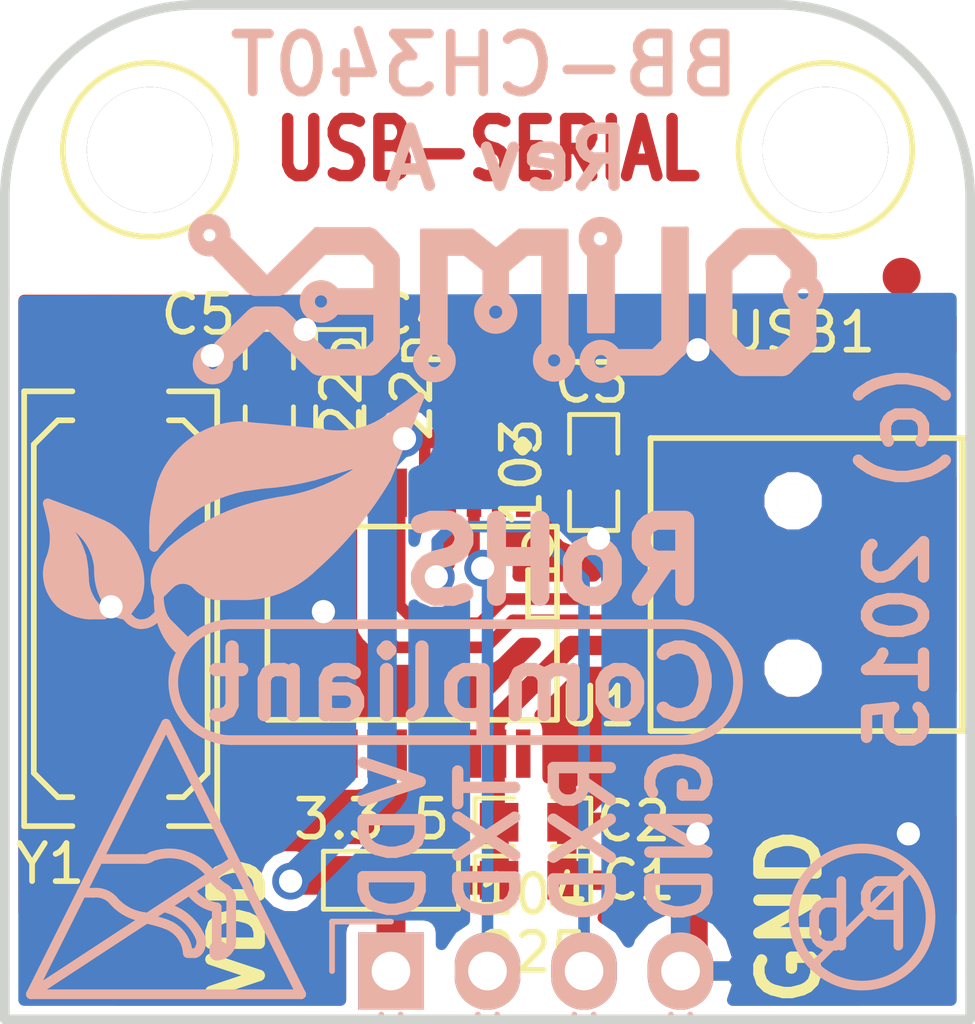
<source format=kicad_pcb>
(kicad_pcb (version 4) (host pcbnew 0.201504281001+5628~23~ubuntu14.10.1-product)

  (general
    (links 26)
    (no_connects 0)
    (area 146.986776 103.723 178.095124 140.469001)
    (thickness 1.6)
    (drawings 21)
    (tracks 121)
    (zones 0)
    (modules 19)
    (nets 20)
  )

  (page A4)
  (layers
    (0 F.Cu signal hide)
    (31 B.Cu signal hide)
    (32 B.Adhes user hide)
    (33 F.Adhes user hide)
    (34 B.Paste user hide)
    (35 F.Paste user hide)
    (36 B.SilkS user)
    (37 F.SilkS user)
    (38 B.Mask user hide)
    (39 F.Mask user hide)
    (40 Dwgs.User user hide)
    (41 Cmts.User user hide)
    (42 Eco1.User user hide)
    (43 Eco2.User user)
    (44 Edge.Cuts user)
    (45 Margin user)
    (46 B.CrtYd user)
    (47 F.CrtYd user)
    (48 B.Fab user hide)
    (49 F.Fab user)
  )

  (setup
    (last_trace_width 0.508)
    (trace_clearance 0.254)
    (zone_clearance 0.3048)
    (zone_45_only no)
    (trace_min 0.2)
    (segment_width 0.2)
    (edge_width 0.1)
    (via_size 0.9652)
    (via_drill 0.6096)
    (via_min_size 0.4)
    (via_min_drill 0.3)
    (uvia_size 0.3)
    (uvia_drill 0.1)
    (uvias_allowed no)
    (uvia_min_size 0)
    (uvia_min_drill 0)
    (pcb_text_width 0.3)
    (pcb_text_size 1.5 1.5)
    (mod_edge_width 0.15)
    (mod_text_size 1 1)
    (mod_text_width 0.15)
    (pad_size 0.889 1.27)
    (pad_drill 0)
    (pad_to_mask_clearance 0.0508)
    (solder_mask_min_width 0.0508)
    (pad_to_paste_clearance -0.0508)
    (aux_axis_origin 0 0)
    (visible_elements FFFEFFFF)
    (pcbplotparams
      (layerselection 0x00020_00000000)
      (usegerberextensions false)
      (excludeedgelayer false)
      (linewidth 0.100000)
      (plotframeref false)
      (viasonmask false)
      (mode 1)
      (useauxorigin false)
      (hpglpennumber 1)
      (hpglpenspeed 20)
      (hpglpendiameter 15)
      (hpglpenoverlay 2)
      (psnegative false)
      (psa4output false)
      (plotreference true)
      (plotvalue false)
      (plotinvisibletext false)
      (padsonsilk false)
      (subtractmaskfromsilk false)
      (outputformat 1)
      (mirror false)
      (drillshape 0)
      (scaleselection 1)
      (outputdirectory ""))
  )

  (net 0 "")
  (net 1 "Net-(C4-Pad1)")
  (net 2 GND)
  (net 3 "Net-(C5-Pad1)")
  (net 4 "Net-(POUT1-Pad2)")
  (net 5 "Net-(POUT1-Pad3)")
  (net 6 "Net-(U1-Pad6)")
  (net 7 "Net-(U1-Pad7)")
  (net 8 "Net-(U1-Pad11)")
  (net 9 "Net-(U1-Pad12)")
  (net 10 "Net-(U1-Pad13)")
  (net 11 "Net-(U1-Pad14)")
  (net 12 "Net-(U1-Pad15)")
  (net 13 "Net-(U1-Pad16)")
  (net 14 "Net-(U1-Pad17)")
  (net 15 "Net-(U1-Pad20)")
  (net 16 "Net-(USB1-Pad4)")
  (net 17 "Net-(3.3/5V1-Pad1)")
  (net 18 "Net-(3.3/5V1-Pad2)")
  (net 19 "Net-(3.3/5V1-Pad3)")

  (net_class Default "This is the default net class."
    (clearance 0.254)
    (trace_width 0.508)
    (via_dia 0.9652)
    (via_drill 0.6096)
    (uvia_dia 0.3)
    (uvia_drill 0.1)
    (add_net GND)
    (add_net "Net-(3.3/5V1-Pad1)")
    (add_net "Net-(3.3/5V1-Pad2)")
    (add_net "Net-(3.3/5V1-Pad3)")
    (add_net "Net-(C4-Pad1)")
    (add_net "Net-(C5-Pad1)")
    (add_net "Net-(POUT1-Pad2)")
    (add_net "Net-(POUT1-Pad3)")
    (add_net "Net-(U1-Pad11)")
    (add_net "Net-(U1-Pad12)")
    (add_net "Net-(U1-Pad13)")
    (add_net "Net-(U1-Pad14)")
    (add_net "Net-(U1-Pad15)")
    (add_net "Net-(U1-Pad16)")
    (add_net "Net-(U1-Pad17)")
    (add_net "Net-(U1-Pad20)")
    (add_net "Net-(U1-Pad6)")
    (add_net "Net-(U1-Pad7)")
    (add_net "Net-(USB1-Pad4)")
  )

  (module Fiducial1x3 (layer F.Cu) (tedit 5540B87D) (tstamp 553F814B)
    (at 151.6253 129.0955)
    (fp_text reference "" (at 0 3) (layer F.SilkS)
      (effects (font (size 1 1) (thickness 0.15)))
    )
    (fp_text value Fiducial1x3 (at 0 -3) (layer F.Fab)
      (effects (font (size 1 1) (thickness 0.15)))
    )
    (fp_circle (center 0 0) (end 1.5 0) (layer Dwgs.User) (width 0.254))
    (pad Fid1 connect circle (at 0 0) (size 1 1) (layers F.Cu F.Mask)
      (solder_mask_margin 0.9652) (clearance 1.016) (zone_connect 0))
  )

  (module kicad_wrk:SSOP-20W (layer F.Cu) (tedit 5507E696) (tstamp 5506A26A)
    (at 160.5788 119.634 180)
    (descr "SSOP 20 pins")
    (tags "CMS SSOP SMD")
    (path /55069B04)
    (attr smd)
    (fp_text reference U1 (at -4.8768 -2.9464 360) (layer F.SilkS)
      (effects (font (size 1 1) (thickness 0.15)))
    )
    (fp_text value CH340H/T (at 0 3.81 180) (layer F.Fab)
      (effects (font (size 1 1) (thickness 0.15)))
    )
    (fp_line (start 3.81 -3.302) (end -3.81 -3.302) (layer F.SilkS) (width 0.15))
    (fp_line (start -3.81 1.778) (end 3.81 1.778) (layer F.SilkS) (width 0.15))
    (fp_line (start 3.81 -3.302) (end 3.81 1.778) (layer F.SilkS) (width 0.15))
    (fp_line (start -3.81 1.778) (end -3.81 -3.302) (layer F.SilkS) (width 0.15))
    (fp_circle (center -3.302 1.27) (end -3.556 1.016) (layer F.SilkS) (width 0.15))
    (fp_line (start -3.81 -0.635) (end -3.048 -0.635) (layer F.SilkS) (width 0.15))
    (fp_line (start -3.048 -0.635) (end -3.048 0.635) (layer F.SilkS) (width 0.15))
    (fp_line (start -3.048 0.635) (end -3.81 0.635) (layer F.SilkS) (width 0.15))
    (pad 1 smd rect (at -2.921 2.667 180) (size 0.381 1.27) (layers F.Cu F.Paste F.Mask))
    (pad 2 smd rect (at -2.286 2.667 180) (size 0.381 1.27) (layers F.Cu F.Paste F.Mask))
    (pad 3 smd rect (at -1.6256 2.667 180) (size 0.381 1.27) (layers F.Cu F.Paste F.Mask)
      (net 4 "Net-(POUT1-Pad2)"))
    (pad 4 smd rect (at -0.9652 2.667 180) (size 0.381 1.27) (layers F.Cu F.Paste F.Mask)
      (net 5 "Net-(POUT1-Pad3)"))
    (pad 5 smd rect (at -0.3302 2.667 180) (size 0.381 1.27) (layers F.Cu F.Paste F.Mask)
      (net 17 "Net-(3.3/5V1-Pad1)"))
    (pad 6 smd rect (at 0.3302 2.667 180) (size 0.381 1.27) (layers F.Cu F.Paste F.Mask)
      (net 6 "Net-(U1-Pad6)"))
    (pad 7 smd rect (at 0.9906 2.667 180) (size 0.381 1.27) (layers F.Cu F.Paste F.Mask)
      (net 7 "Net-(U1-Pad7)"))
    (pad 8 smd rect (at 1.6256 2.667 180) (size 0.381 1.27) (layers F.Cu F.Paste F.Mask)
      (net 2 GND))
    (pad 9 smd rect (at 2.286 2.667 180) (size 0.381 1.27) (layers F.Cu F.Paste F.Mask)
      (net 1 "Net-(C4-Pad1)"))
    (pad 10 smd rect (at 2.921 2.667 180) (size 0.381 1.27) (layers F.Cu F.Paste F.Mask)
      (net 3 "Net-(C5-Pad1)"))
    (pad 11 smd rect (at 2.921 -4.191 180) (size 0.381 1.27) (layers F.Cu F.Paste F.Mask)
      (net 8 "Net-(U1-Pad11)"))
    (pad 12 smd rect (at 2.286 -4.191 180) (size 0.381 1.27) (layers F.Cu F.Paste F.Mask)
      (net 9 "Net-(U1-Pad12)"))
    (pad 13 smd rect (at 1.6256 -4.191 180) (size 0.381 1.27) (layers F.Cu F.Paste F.Mask)
      (net 10 "Net-(U1-Pad13)"))
    (pad 14 smd rect (at 0.9906 -4.191 180) (size 0.381 1.27) (layers F.Cu F.Paste F.Mask)
      (net 11 "Net-(U1-Pad14)"))
    (pad 15 smd rect (at 0.3302 -4.191 180) (size 0.381 1.27) (layers F.Cu F.Paste F.Mask)
      (net 12 "Net-(U1-Pad15)"))
    (pad 16 smd rect (at -0.3302 -4.191 180) (size 0.381 1.27) (layers F.Cu F.Paste F.Mask)
      (net 13 "Net-(U1-Pad16)"))
    (pad 17 smd rect (at -0.9652 -4.191 180) (size 0.381 1.27) (layers F.Cu F.Paste F.Mask)
      (net 14 "Net-(U1-Pad17)"))
    (pad 18 smd rect (at -1.6256 -4.191 180) (size 0.381 1.27) (layers F.Cu F.Paste F.Mask))
    (pad 19 smd rect (at -2.286 -4.191 180) (size 0.381 1.27) (layers F.Cu F.Paste F.Mask)
      (net 19 "Net-(3.3/5V1-Pad3)"))
    (pad 20 smd rect (at -2.921 -4.191 180) (size 0.381 1.27) (layers F.Cu F.Paste F.Mask)
      (net 15 "Net-(U1-Pad20)"))
    (model SMD_Packages.3dshapes/SSOP-20.wrl
      (at (xyz 0 0 0))
      (scale (xyz 0.255 0.33 0.3))
      (rotate (xyz 0 0 0))
    )
  )

  (module kicad_wrk:C_0603 (layer F.Cu) (tedit 5507E65A) (tstamp 5506A216)
    (at 163.7538 127.1524)
    (descr "Resistor SMD 0603, reflow soldering, Vishay (see dcrcw.pdf)")
    (tags "resistor 0603")
    (path /55069CF9)
    (attr smd)
    (fp_text reference C1 (at 2.7686 0 180) (layer F.SilkS)
      (effects (font (size 1 1) (thickness 0.15)))
    )
    (fp_text value 225 (at 0 1.9) (layer F.SilkS)
      (effects (font (size 1 1) (thickness 0.15)))
    )
    (fp_line (start 0.508 -0.635) (end 1.524 -0.635) (layer F.SilkS) (width 0.127))
    (fp_line (start 1.524 -0.635) (end 1.524 0.635) (layer F.SilkS) (width 0.127))
    (fp_line (start 1.524 0.635) (end 0.508 0.635) (layer F.SilkS) (width 0.127))
    (fp_line (start -1.524 -0.635) (end -1.524 0.635) (layer F.SilkS) (width 0.127))
    (fp_line (start -1.524 0.635) (end -0.508 0.635) (layer F.SilkS) (width 0.127))
    (fp_line (start -1.524 -0.635) (end -0.508 -0.635) (layer F.SilkS) (width 0.127))
    (pad 1 smd rect (at -0.889 0) (size 1.016 1.016) (layers F.Cu F.Paste F.Mask)
      (net 19 "Net-(3.3/5V1-Pad3)"))
    (pad 2 smd rect (at 0.889 0) (size 1.016 1.016) (layers F.Cu F.Paste F.Mask)
      (net 2 GND))
    (model Resistors_SMD/R_0603.wrl
      (at (xyz 0 0 0))
      (scale (xyz 1 1 1))
      (rotate (xyz 0 0 0))
    )
  )

  (module kicad_wrk:C_0603 (layer F.Cu) (tedit 5507E664) (tstamp 5506A21C)
    (at 163.7538 125.6284)
    (descr "Resistor SMD 0603, reflow soldering, Vishay (see dcrcw.pdf)")
    (tags "resistor 0603")
    (path /55069D14)
    (attr smd)
    (fp_text reference C2 (at 2.6416 -0.0254 180) (layer F.SilkS)
      (effects (font (size 1 1) (thickness 0.15)))
    )
    (fp_text value 104 (at 0 1.9) (layer F.SilkS)
      (effects (font (size 1 1) (thickness 0.15)))
    )
    (fp_line (start 0.508 -0.635) (end 1.524 -0.635) (layer F.SilkS) (width 0.127))
    (fp_line (start 1.524 -0.635) (end 1.524 0.635) (layer F.SilkS) (width 0.127))
    (fp_line (start 1.524 0.635) (end 0.508 0.635) (layer F.SilkS) (width 0.127))
    (fp_line (start -1.524 -0.635) (end -1.524 0.635) (layer F.SilkS) (width 0.127))
    (fp_line (start -1.524 0.635) (end -0.508 0.635) (layer F.SilkS) (width 0.127))
    (fp_line (start -1.524 -0.635) (end -0.508 -0.635) (layer F.SilkS) (width 0.127))
    (pad 1 smd rect (at -0.889 0) (size 1.016 1.016) (layers F.Cu F.Paste F.Mask)
      (net 19 "Net-(3.3/5V1-Pad3)"))
    (pad 2 smd rect (at 0.889 0) (size 1.016 1.016) (layers F.Cu F.Paste F.Mask)
      (net 2 GND))
    (model Resistors_SMD/R_0603.wrl
      (at (xyz 0 0 0))
      (scale (xyz 1 1 1))
      (rotate (xyz 0 0 0))
    )
  )

  (module kicad_wrk:C_0603 (layer F.Cu) (tedit 5507E672) (tstamp 5506A222)
    (at 165.354 116.4336 270)
    (descr "Resistor SMD 0603, reflow soldering, Vishay (see dcrcw.pdf)")
    (tags "resistor 0603")
    (path /55069C71)
    (attr smd)
    (fp_text reference C3 (at -2.3622 0.0508 360) (layer F.SilkS)
      (effects (font (size 1 1) (thickness 0.15)))
    )
    (fp_text value 103 (at 0 1.9 270) (layer F.SilkS)
      (effects (font (size 1 1) (thickness 0.15)))
    )
    (fp_line (start 0.508 -0.635) (end 1.524 -0.635) (layer F.SilkS) (width 0.127))
    (fp_line (start 1.524 -0.635) (end 1.524 0.635) (layer F.SilkS) (width 0.127))
    (fp_line (start 1.524 0.635) (end 0.508 0.635) (layer F.SilkS) (width 0.127))
    (fp_line (start -1.524 -0.635) (end -1.524 0.635) (layer F.SilkS) (width 0.127))
    (fp_line (start -1.524 0.635) (end -0.508 0.635) (layer F.SilkS) (width 0.127))
    (fp_line (start -1.524 -0.635) (end -0.508 -0.635) (layer F.SilkS) (width 0.127))
    (pad 1 smd rect (at -0.889 0 270) (size 1.016 1.016) (layers F.Cu F.Paste F.Mask)
      (net 17 "Net-(3.3/5V1-Pad1)"))
    (pad 2 smd rect (at 0.889 0 270) (size 1.016 1.016) (layers F.Cu F.Paste F.Mask)
      (net 2 GND))
    (model Resistors_SMD/R_0603.wrl
      (at (xyz 0 0 0))
      (scale (xyz 1 1 1))
      (rotate (xyz 0 0 0))
    )
  )

  (module kicad_wrk:C_0603 (layer F.Cu) (tedit 55408AA0) (tstamp 5506A228)
    (at 158.6738 114.1984 90)
    (descr "Resistor SMD 0603, reflow soldering, Vishay (see dcrcw.pdf)")
    (tags "resistor 0603")
    (path /55069DA1)
    (attr smd)
    (fp_text reference C4 (at 1.9177 1.9177 180) (layer F.SilkS)
      (effects (font (size 1 1) (thickness 0.15)))
    )
    (fp_text value 22p (at 0 1.9 90) (layer F.SilkS)
      (effects (font (size 1 1) (thickness 0.15)))
    )
    (fp_line (start 0.508 -0.635) (end 1.524 -0.635) (layer F.SilkS) (width 0.127))
    (fp_line (start 1.524 -0.635) (end 1.524 0.635) (layer F.SilkS) (width 0.127))
    (fp_line (start 1.524 0.635) (end 0.508 0.635) (layer F.SilkS) (width 0.127))
    (fp_line (start -1.524 -0.635) (end -1.524 0.635) (layer F.SilkS) (width 0.127))
    (fp_line (start -1.524 0.635) (end -0.508 0.635) (layer F.SilkS) (width 0.127))
    (fp_line (start -1.524 -0.635) (end -0.508 -0.635) (layer F.SilkS) (width 0.127))
    (pad 1 smd rect (at -0.889 0 90) (size 1.016 1.016) (layers F.Cu F.Paste F.Mask)
      (net 1 "Net-(C4-Pad1)"))
    (pad 2 smd rect (at 0.889 0 90) (size 1.016 1.016) (layers F.Cu F.Paste F.Mask)
      (net 2 GND))
    (model Resistors_SMD/R_0603.wrl
      (at (xyz 0 0 0))
      (scale (xyz 1 1 1))
      (rotate (xyz 0 0 0))
    )
  )

  (module kicad_wrk:C_0603 (layer F.Cu) (tedit 55408A9A) (tstamp 5506A22E)
    (at 156.8196 114.1984 90)
    (descr "Resistor SMD 0603, reflow soldering, Vishay (see dcrcw.pdf)")
    (tags "resistor 0603")
    (path /55069DD0)
    (attr smd)
    (fp_text reference C5 (at 1.9177 -1.8669 180) (layer F.SilkS)
      (effects (font (size 1 1) (thickness 0.15)))
    )
    (fp_text value 22p (at 0 1.9 90) (layer F.SilkS)
      (effects (font (size 1 1) (thickness 0.15)))
    )
    (fp_line (start 0.508 -0.635) (end 1.524 -0.635) (layer F.SilkS) (width 0.127))
    (fp_line (start 1.524 -0.635) (end 1.524 0.635) (layer F.SilkS) (width 0.127))
    (fp_line (start 1.524 0.635) (end 0.508 0.635) (layer F.SilkS) (width 0.127))
    (fp_line (start -1.524 -0.635) (end -1.524 0.635) (layer F.SilkS) (width 0.127))
    (fp_line (start -1.524 0.635) (end -0.508 0.635) (layer F.SilkS) (width 0.127))
    (fp_line (start -1.524 -0.635) (end -0.508 -0.635) (layer F.SilkS) (width 0.127))
    (pad 1 smd rect (at -0.889 0 90) (size 1.016 1.016) (layers F.Cu F.Paste F.Mask)
      (net 3 "Net-(C5-Pad1)"))
    (pad 2 smd rect (at 0.889 0 90) (size 1.016 1.016) (layers F.Cu F.Paste F.Mask)
      (net 2 GND))
    (model Resistors_SMD/R_0603.wrl
      (at (xyz 0 0 0))
      (scale (xyz 1 1 1))
      (rotate (xyz 0 0 0))
    )
  )

  (module Pin_Headers:Pin_Header_Angled_1x04 (layer B.Cu) (tedit 5507E8CC) (tstamp 5506A252)
    (at 160.02 129.54 270)
    (descr "Through hole pin header")
    (tags "pin header")
    (path /55069FB8)
    (fp_text reference "" (at 0 3.81 360) (layer F.SilkS) hide
      (effects (font (size 1 1) (thickness 0.15)))
    )
    (fp_text value CONN_01X04 (at 0 3.1 270) (layer B.Fab)
      (effects (font (size 1 1) (thickness 0.15)) (justify mirror))
    )
    (fp_line (start -1.5 1.75) (end -1.5 -9.4) (layer B.CrtYd) (width 0.05))
    (fp_line (start 10.65 1.75) (end 10.65 -9.4) (layer B.CrtYd) (width 0.05))
    (fp_line (start -1.5 1.75) (end 10.65 1.75) (layer B.CrtYd) (width 0.05))
    (fp_line (start -1.5 -9.4) (end 10.65 -9.4) (layer B.CrtYd) (width 0.05))
    (fp_line (start -1.3 1.55) (end -1.3 0) (layer B.SilkS) (width 0.15))
    (fp_line (start 0 1.55) (end -1.3 1.55) (layer B.SilkS) (width 0.15))
    (fp_line (start 4.191 0.127) (end 10.033 0.127) (layer B.SilkS) (width 0.15))
    (fp_line (start 10.033 0.127) (end 10.033 -0.127) (layer B.SilkS) (width 0.15))
    (fp_line (start 10.033 -0.127) (end 4.191 -0.127) (layer B.SilkS) (width 0.15))
    (fp_line (start 4.191 -0.127) (end 4.191 0) (layer B.SilkS) (width 0.15))
    (fp_line (start 4.191 0) (end 10.033 0) (layer B.SilkS) (width 0.15))
    (fp_line (start 1.524 0.254) (end 1.143 0.254) (layer B.SilkS) (width 0.15))
    (fp_line (start 1.524 -0.254) (end 1.143 -0.254) (layer B.SilkS) (width 0.15))
    (fp_line (start 1.524 -2.286) (end 1.143 -2.286) (layer B.SilkS) (width 0.15))
    (fp_line (start 1.524 -2.794) (end 1.143 -2.794) (layer B.SilkS) (width 0.15))
    (fp_line (start 1.524 -4.826) (end 1.143 -4.826) (layer B.SilkS) (width 0.15))
    (fp_line (start 1.524 -5.334) (end 1.143 -5.334) (layer B.SilkS) (width 0.15))
    (fp_line (start 1.524 -7.874) (end 1.143 -7.874) (layer B.SilkS) (width 0.15))
    (fp_line (start 1.524 -7.366) (end 1.143 -7.366) (layer B.SilkS) (width 0.15))
    (fp_line (start 1.524 1.27) (end 4.064 1.27) (layer B.SilkS) (width 0.15))
    (fp_line (start 1.524 -1.27) (end 4.064 -1.27) (layer B.SilkS) (width 0.15))
    (fp_line (start 1.524 -1.27) (end 1.524 -3.81) (layer B.SilkS) (width 0.15))
    (fp_line (start 1.524 -3.81) (end 4.064 -3.81) (layer B.SilkS) (width 0.15))
    (fp_line (start 4.064 -2.286) (end 10.16 -2.286) (layer B.SilkS) (width 0.15))
    (fp_line (start 10.16 -2.286) (end 10.16 -2.794) (layer B.SilkS) (width 0.15))
    (fp_line (start 10.16 -2.794) (end 4.064 -2.794) (layer B.SilkS) (width 0.15))
    (fp_line (start 4.064 -3.81) (end 4.064 -1.27) (layer B.SilkS) (width 0.15))
    (fp_line (start 4.064 -1.27) (end 4.064 1.27) (layer B.SilkS) (width 0.15))
    (fp_line (start 10.16 -0.254) (end 4.064 -0.254) (layer B.SilkS) (width 0.15))
    (fp_line (start 10.16 0.254) (end 10.16 -0.254) (layer B.SilkS) (width 0.15))
    (fp_line (start 4.064 0.254) (end 10.16 0.254) (layer B.SilkS) (width 0.15))
    (fp_line (start 1.524 -1.27) (end 4.064 -1.27) (layer B.SilkS) (width 0.15))
    (fp_line (start 1.524 1.27) (end 1.524 -1.27) (layer B.SilkS) (width 0.15))
    (fp_line (start 1.524 -6.35) (end 4.064 -6.35) (layer B.SilkS) (width 0.15))
    (fp_line (start 1.524 -6.35) (end 1.524 -8.89) (layer B.SilkS) (width 0.15))
    (fp_line (start 1.524 -8.89) (end 4.064 -8.89) (layer B.SilkS) (width 0.15))
    (fp_line (start 4.064 -7.366) (end 10.16 -7.366) (layer B.SilkS) (width 0.15))
    (fp_line (start 10.16 -7.366) (end 10.16 -7.874) (layer B.SilkS) (width 0.15))
    (fp_line (start 10.16 -7.874) (end 4.064 -7.874) (layer B.SilkS) (width 0.15))
    (fp_line (start 4.064 -8.89) (end 4.064 -6.35) (layer B.SilkS) (width 0.15))
    (fp_line (start 4.064 -6.35) (end 4.064 -3.81) (layer B.SilkS) (width 0.15))
    (fp_line (start 10.16 -5.334) (end 4.064 -5.334) (layer B.SilkS) (width 0.15))
    (fp_line (start 10.16 -4.826) (end 10.16 -5.334) (layer B.SilkS) (width 0.15))
    (fp_line (start 4.064 -4.826) (end 10.16 -4.826) (layer B.SilkS) (width 0.15))
    (fp_line (start 1.524 -6.35) (end 4.064 -6.35) (layer B.SilkS) (width 0.15))
    (fp_line (start 1.524 -3.81) (end 1.524 -6.35) (layer B.SilkS) (width 0.15))
    (fp_line (start 1.524 -3.81) (end 4.064 -3.81) (layer B.SilkS) (width 0.15))
    (pad 1 thru_hole rect (at 0 0 270) (size 2.032 1.7272) (drill 1.016) (layers *.Cu *.Mask B.SilkS)
      (net 18 "Net-(3.3/5V1-Pad2)"))
    (pad 2 thru_hole oval (at 0 -2.54 270) (size 2.032 1.7272) (drill 1.016) (layers *.Cu *.Mask B.SilkS)
      (net 4 "Net-(POUT1-Pad2)"))
    (pad 3 thru_hole oval (at 0 -5.08 270) (size 2.032 1.7272) (drill 1.016) (layers *.Cu *.Mask B.SilkS)
      (net 5 "Net-(POUT1-Pad3)"))
    (pad 4 thru_hole oval (at 0 -7.62 270) (size 2.032 1.7272) (drill 1.016) (layers *.Cu *.Mask B.SilkS)
      (net 2 GND))
    (model Pin_Headers.3dshapes/Pin_Header_Angled_1x04.wrl
      (at (xyz 0 -0.15 0))
      (scale (xyz 1 1 1))
      (rotate (xyz 0 0 90))
    )
  )

  (module Connect:1pin (layer F.Cu) (tedit 5506D178) (tstamp 5506CFF1)
    (at 153.67 107.95)
    (descr "module 1 pin (ou trou mecanique de percage)")
    (tags DEV)
    (fp_text reference "" (at 0 -3.048) (layer F.SilkS) hide
      (effects (font (size 1 1) (thickness 0.15)))
    )
    (fp_text value 1pin (at 0 2.794) (layer F.Fab)
      (effects (font (size 1 1) (thickness 0.15)))
    )
    (fp_circle (center 0 0) (end 0 -2.286) (layer F.SilkS) (width 0.15))
    (pad "" thru_hole circle (at 0 0) (size 3.3 3.3) (drill 3.3) (layers *.Cu *.Mask))
  )

  (module Connect:1pin (layer F.Cu) (tedit 5506D17E) (tstamp 5506CFFA)
    (at 171.45 107.95)
    (descr "module 1 pin (ou trou mecanique de percage)")
    (tags DEV)
    (fp_text reference "" (at 0 -3.048) (layer F.SilkS) hide
      (effects (font (size 1 1) (thickness 0.15)))
    )
    (fp_text value 1pin (at 0 2.794) (layer F.Fab)
      (effects (font (size 1 1) (thickness 0.15)))
    )
    (fp_circle (center 0 0) (end 0 -2.286) (layer F.SilkS) (width 0.15))
    (pad 1 thru_hole circle (at 0 0) (size 3.3 3.3) (drill 3.3) (layers *.Cu *.Mask))
  )

  (module kicad_wrk:JUMP3 (layer F.Cu) (tedit 5507EBC3) (tstamp 5507EEB0)
    (at 160.02 127.1524)
    (path /5507CA9B)
    (fp_text reference "3.3 5" (at -0.508 -1.6002) (layer F.SilkS)
      (effects (font (size 1 1) (thickness 0.15)))
    )
    (fp_text value SEL (at 0 -1.524) (layer F.Fab)
      (effects (font (size 1 1) (thickness 0.15)))
    )
    (fp_line (start -1.778 -0.762) (end 1.778 -0.762) (layer F.SilkS) (width 0.127))
    (fp_line (start 1.778 -0.762) (end 1.778 0.762) (layer F.SilkS) (width 0.127))
    (fp_line (start 1.778 0.762) (end -1.778 0.762) (layer F.SilkS) (width 0.127))
    (fp_line (start -1.778 0.762) (end -1.778 -0.762) (layer F.SilkS) (width 0.127))
    (pad 1 smd rect (at -1.27 0) (size 0.889 1.27) (layers F.Cu F.Mask)
      (net 17 "Net-(3.3/5V1-Pad1)"))
    (pad 2 smd rect (at 0 0) (size 1.143 1.27) (layers F.Cu F.Mask)
      (net 18 "Net-(3.3/5V1-Pad2)"))
    (pad 3 smd rect (at 1.27 0) (size 0.889 1.27) (layers F.Cu F.Mask)
      (net 19 "Net-(3.3/5V1-Pad3)"))
  )

  (module kicad_wrk:USB_Mini-B (layer F.Cu) (tedit 5507E69F) (tstamp 5506A8AD)
    (at 171.45 119.38 180)
    (descr "USB Mini-B 5-pin SMD connector")
    (tags "USB, Mini-B, connector")
    (path /5506AA9A)
    (fp_text reference USB1 (at 0.6604 6.6294 180) (layer F.SilkS)
      (effects (font (size 1 1) (thickness 0.15)))
    )
    (fp_text value USB-MINI-B (at 0 -7.0993 180) (layer F.Fab)
      (effects (font (size 1 1) (thickness 0.15)))
    )
    (fp_line (start -3.59918 -3.85064) (end -3.59918 3.85064) (layer F.SilkS) (width 0.15))
    (fp_line (start -4.59994 -3.85064) (end -4.59994 3.85064) (layer F.SilkS) (width 0.15))
    (fp_line (start -4.59994 3.85064) (end 4.59994 3.85064) (layer F.SilkS) (width 0.15))
    (fp_line (start 4.59994 3.85064) (end 4.59994 -3.85064) (layer F.SilkS) (width 0.15))
    (fp_line (start 4.59994 -3.85064) (end -4.59994 -3.85064) (layer F.SilkS) (width 0.15))
    (pad 1 smd rect (at 4.064 -1.6002 180) (size 2.30124 0.50038) (layers F.Cu F.Paste F.Mask)
      (net 19 "Net-(3.3/5V1-Pad3)"))
    (pad 2 smd rect (at 4.064 -0.8001 180) (size 2.30124 0.50038) (layers F.Cu F.Paste F.Mask)
      (net 7 "Net-(U1-Pad7)"))
    (pad 3 smd rect (at 4.064 0 180) (size 2.30124 0.50038) (layers F.Cu F.Paste F.Mask)
      (net 6 "Net-(U1-Pad6)"))
    (pad 4 smd rect (at 4.064 0.8001 180) (size 2.30124 0.50038) (layers F.Cu F.Paste F.Mask)
      (net 16 "Net-(USB1-Pad4)"))
    (pad 5 smd rect (at 4.064 1.6002 180) (size 2.30124 0.50038) (layers F.Cu F.Paste F.Mask)
      (net 2 GND))
    (pad 6 smd rect (at 3.35026 -4.45008 180) (size 2.49936 1.99898) (layers F.Cu F.Paste F.Mask)
      (net 2 GND))
    (pad 7 smd rect (at -2.14884 -4.45008 180) (size 2.49936 1.99898) (layers F.Cu F.Paste F.Mask)
      (net 2 GND))
    (pad 8 smd rect (at 3.35026 4.45008 180) (size 2.49936 1.99898) (layers F.Cu F.Paste F.Mask)
      (net 2 GND))
    (pad 9 smd rect (at -2.14884 4.45008 180) (size 2.49936 1.99898) (layers F.Cu F.Paste F.Mask)
      (net 2 GND))
    (pad "" np_thru_hole circle (at 0.8509 -2.19964 180) (size 0.89916 0.89916) (drill 0.89916) (layers *.Cu *.Mask F.SilkS))
    (pad "" np_thru_hole circle (at 0.8509 2.19964 180) (size 0.89916 0.89916) (drill 0.89916) (layers *.Cu *.Mask F.SilkS))
  )

  (module kicad_wrk:Q_49U3HMS (layer F.Cu) (tedit 5507E4F5) (tstamp 5506C3EA)
    (at 152.908 120.015 90)
    (path /55069DFA)
    (fp_text reference Y1 (at -6.7056 -1.8542 180) (layer F.SilkS)
      (effects (font (size 1 1) (thickness 0.15)))
    )
    (fp_text value 12.0MHz (at 0 1.7 90) (layer F.Fab)
      (effects (font (size 1 1) (thickness 0.15)))
    )
    (fp_line (start -4.953 -1.651) (end -4.953 -1.27) (layer F.SilkS) (width 0.15))
    (fp_line (start -4.953 1.651) (end -4.953 1.27) (layer F.SilkS) (width 0.15))
    (fp_line (start 4.953 1.651) (end 4.953 1.27) (layer F.SilkS) (width 0.15))
    (fp_line (start 4.953 -1.651) (end 4.953 -1.27) (layer F.SilkS) (width 0.15))
    (fp_line (start 5.715 -2.54) (end 5.715 -1.27) (layer F.SilkS) (width 0.15))
    (fp_line (start 5.715 2.54) (end 5.715 1.27) (layer F.SilkS) (width 0.15))
    (fp_line (start -5.715 2.54) (end -5.715 1.27) (layer F.SilkS) (width 0.15))
    (fp_line (start -5.715 -2.54) (end -5.715 -1.27) (layer F.SilkS) (width 0.15))
    (fp_line (start -4.953 1.651) (end -4.318 2.286) (layer F.SilkS) (width 0.15))
    (fp_line (start -4.318 2.286) (end 4.318 2.286) (layer F.SilkS) (width 0.15))
    (fp_line (start 4.318 2.286) (end 4.953 1.651) (layer F.SilkS) (width 0.15))
    (fp_line (start 4.953 -1.651) (end 4.318 -2.286) (layer F.SilkS) (width 0.15))
    (fp_line (start 4.318 -2.286) (end -4.318 -2.286) (layer F.SilkS) (width 0.15))
    (fp_line (start -4.318 -2.286) (end -4.953 -1.651) (layer F.SilkS) (width 0.15))
    (fp_line (start 5.715 2.54) (end -5.715 2.54) (layer F.SilkS) (width 0.15))
    (fp_line (start -5.715 -2.54) (end 5.715 -2.54) (layer F.SilkS) (width 0.15))
    (pad 1 smd rect (at -4.699 0 90) (size 4.826 1.1) (layers F.Cu F.Paste F.Mask)
      (net 1 "Net-(C4-Pad1)"))
    (pad 2 smd rect (at 4.699 0 90) (size 4.826 1.1) (layers F.Cu F.Paste F.Mask)
      (net 3 "Net-(C5-Pad1)"))
    (model Crystals_Oscillators_SMD.3dshapes/Q_49U3HMS.wrl
      (at (xyz 0 0 0))
      (scale (xyz 1 1 1))
      (rotate (xyz 0 0 0))
    )
  )

  (module OLIMEX_LOGOs-FP:OLIMEX_LOGO_TB (layer B.Cu) (tedit 5540B371) (tstamp 5540E702)
    (at 162.8775 111.8616 180)
    (fp_text reference "" (at -2.4003 3.0607 180) (layer B.SilkS) hide
      (effects (font (size 1 1) (thickness 0.15)) (justify mirror))
    )
    (fp_text value OLIMEX_LOGO_TB (at -1.6637 -3.7084 180) (layer B.Fab) hide
      (effects (font (size 1 1) (thickness 0.15)) (justify mirror))
    )
    (fp_line (start 3.4163 1.8288) (end 4.7879 1.8288) (layer B.SilkS) (width 0.1))
    (fp_line (start 4.7879 1.8288) (end 4.8387 1.8288) (layer B.SilkS) (width 0.1))
    (fp_line (start 4.8387 1.8288) (end 6.096 0.5842) (layer B.SilkS) (width 0.1))
    (fp_line (start 1.8923 1.7145) (end 1.9939 1.7145) (layer B.SilkS) (width 0.1))
    (fp_line (start 2.0447 1.778) (end 2.0447 1.7907) (layer B.SilkS) (width 0.1))
    (fp_line (start 2.0447 1.7907) (end 0.7493 1.7907) (layer B.SilkS) (width 0.1))
    (fp_line (start 0.7493 1.7907) (end 0.7239 1.7907) (layer B.SilkS) (width 0.1))
    (fp_line (start 0.7239 1.7907) (end 0.1016 1.2954) (layer B.SilkS) (width 0.1))
    (fp_line (start 2.0447 -1.2319) (end 2.0447 1.778) (layer B.SilkS) (width 0.1))
    (fp_line (start -1.6129 1.7272) (end -1.6891 1.7272) (layer B.SilkS) (width 0.1))
    (fp_line (start -1.7653 1.7907) (end -0.5207 1.7907) (layer B.SilkS) (width 0.1))
    (fp_line (start -0.5207 1.7907) (end 0.0635 1.3081) (layer B.SilkS) (width 0.1))
    (fp_line (start -1.7653 -1.2065) (end -1.7653 1.778) (layer B.SilkS) (width 0.1))
    (fp_line (start -2.5019 -0.8001) (end -2.413 -0.8001) (layer B.SilkS) (width 0.1))
    (fp_line (start -2.8448 -0.8001) (end -2.9083 -0.8001) (layer B.SilkS) (width 0.1))
    (fp_line (start -2.9845 -0.8636) (end -2.3749 -0.8636) (layer B.SilkS) (width 0.1))
    (fp_line (start -2.3749 -0.8636) (end -2.3495 -0.8636) (layer B.SilkS) (width 0.1))
    (fp_line (start -2.3495 -0.8636) (end -2.3495 1.1557) (layer B.SilkS) (width 0.1))
    (fp_line (start -2.9845 1.1557) (end -2.9845 -0.8636) (layer B.SilkS) (width 0.1))
    (fp_line (start -4.4831 1.7653) (end -4.3688 1.7653) (layer B.SilkS) (width 0.1))
    (fp_line (start -4.6101 1.8415) (end -4.3053 1.8415) (layer B.SilkS) (width 0.1))
    (fp_line (start -4.3053 1.8415) (end -4.3053 -1.1938) (layer B.SilkS) (width 0.1))
    (fp_line (start -4.7879 1.7526) (end -4.8514 1.7653) (layer B.SilkS) (width 0.1))
    (fp_line (start -4.9022 1.8415) (end -4.9149 1.8415) (layer B.SilkS) (width 0.1))
    (fp_line (start -4.9149 1.8415) (end -4.9276 1.8415) (layer B.SilkS) (width 0.1))
    (fp_line (start -4.9276 1.8415) (end -4.9276 -1.3081) (layer B.SilkS) (width 0.1))
    (fp_line (start -4.6228 1.8415) (end -4.9022 1.8415) (layer B.SilkS) (width 0.1))
    (fp_line (start -4.6228 -1.2319) (end -4.6228 1.4986) (layer B.SilkS) (width 0.7))
    (fp_line (start 1.7145 1.4859) (end 1.7145 -1.1176) (layer B.SilkS) (width 0.7))
    (fp_line (start -6.4008 1.4986) (end -7.4041 1.4986) (layer B.SilkS) (width 0.7))
    (fp_line (start -5.7785 0.889) (end -5.7785 -1.0414) (layer B.SilkS) (width 0.7))
    (fp_line (start -8.001 0.8509) (end -8.001 0.6096) (layer B.SilkS) (width 0.7))
    (fp_line (start -8.001 -1.1176) (end -7.4168 -1.6891) (layer B.SilkS) (width 0.7))
    (fp_line (start -7.9883 -1.1303) (end -7.9883 -0.3683) (layer B.SilkS) (width 0.7))
    (fp_line (start -7.4295 -1.6891) (end -6.3881 -1.6891) (layer B.SilkS) (width 0.7))
    (fp_circle (center 4.699 -0.0762) (end 4.9657 0.1651) (layer B.SilkS) (width 0.4))
    (fp_line (start 4.191 -0.0762) (end 2.9718 -0.0762) (layer B.SilkS) (width 0.7))
    (fp_circle (center 7.6327 1.6637) (end 7.9375 1.8542) (layer B.SilkS) (width 0.4))
    (fp_line (start 7.2644 1.3081) (end 6.4008 0.4144) (layer B.SilkS) (width 0.7))
    (fp_line (start 5.842 0.3175) (end 6.4008 0.3175) (layer B.SilkS) (width 0.5))
    (fp_line (start 4.7244 1.4986) (end 5.8166 0.4318) (layer B.SilkS) (width 0.7))
    (fp_line (start 3.5025 1.4986) (end 4.7244 1.4986) (layer B.SilkS) (width 0.7))
    (fp_line (start 2.9718 1.016) (end 3.4544 1.524) (layer B.SilkS) (width 0.7))
    (fp_line (start 2.9718 0.9906) (end 2.9718 -1.2446) (layer B.SilkS) (width 0.7))
    (fp_line (start 2.9718 -1.2446) (end 3.4036 -1.6764) (layer B.SilkS) (width 0.7))
    (fp_line (start 3.4036 -1.6764) (end 4.7244 -1.6764) (layer B.SilkS) (width 0.7))
    (fp_line (start 4.7244 -1.6764) (end 5.8674 -0.5588) (layer B.SilkS) (width 0.7))
    (fp_line (start 5.8674 -0.4572) (end 6.4008 -0.4572) (layer B.SilkS) (width 0.5))
    (fp_line (start 7.2136 -1.3716) (end 6.3754 -0.5588) (layer B.SilkS) (width 0.7))
    (fp_circle (center 7.5438 -1.7272) (end 7.8359 -1.5748) (layer B.SilkS) (width 0.4))
    (fp_circle (center 1.7145 -1.6383) (end 1.9304 -1.3462) (layer B.SilkS) (width 0.4))
    (fp_line (start 0.8128 1.4732) (end 1.7018 1.4732) (layer B.SilkS) (width 0.7))
    (fp_circle (center 0.1016 -0.3556) (end 0.3302 -0.0635) (layer B.SilkS) (width 0.4))
    (fp_line (start 0.1778 0.9652) (end 0.8128 1.4732) (layer B.SilkS) (width 0.7))
    (fp_line (start 0.1016 0.1778) (end 0.1016 0.889) (layer B.SilkS) (width 0.7))
    (fp_line (start -0.6096 1.4732) (end 0 0.9652) (layer B.SilkS) (width 0.7))
    (fp_line (start -1.4478 1.4732) (end -0.6096 1.4732) (layer B.SilkS) (width 0.7))
    (fp_line (start -1.4478 -1.1176) (end -1.4478 1.4732) (layer B.SilkS) (width 0.7))
    (fp_circle (center -1.4351 -1.6256) (end -1.1938 -1.3589) (layer B.SilkS) (width 0.4))
    (fp_circle (center -2.6543 1.5748) (end -2.54 1.9304) (layer B.SilkS) (width 0.4))
    (fp_line (start -2.667 1.0414) (end -2.667 -0.5588) (layer B.SilkS) (width 0.7))
    (fp_circle (center -2.667 -1.651) (end -2.4638 -1.3462) (layer B.SilkS) (width 0.4))
    (fp_line (start -3.1798 -1.6764) (end -4.1656 -1.6764) (layer B.SilkS) (width 0.7))
    (fp_line (start -4.1656 -1.6764) (end -4.6228 -1.2192) (layer B.SilkS) (width 0.7))
    (fp_line (start -5.7912 -1.0795) (end -6.35 -1.6637) (layer B.SilkS) (width 0.7))
    (fp_line (start -6.4008 1.4859) (end -5.7658 0.8763) (layer B.SilkS) (width 0.7))
    (fp_line (start -8.001 0.9017) (end -7.493 1.4097) (layer B.SilkS) (width 0.7))
    (fp_circle (center -7.9883 0.127) (end -7.6708 0.2413) (layer B.SilkS) (width 0.4))
  )

  (module OLIMEX_LOGOs-FP:LOGO_PBFREE (layer B.Cu) (tedit 5540B326) (tstamp 5540E760)
    (at 172.212 128.4351 180)
    (fp_text reference "" (at -0.2794 3.52552 180) (layer B.SilkS)
      (effects (font (size 1 1) (thickness 0.15)) (justify mirror))
    )
    (fp_text value LOGO_PBFREE (at 0.05588 -3.15214 180) (layer B.Fab)
      (effects (font (size 1 1) (thickness 0.15)) (justify mirror))
    )
    (fp_text user Pb (at -0.08636 0.33528 180) (layer B.SilkS)
      (effects (font (size 1.7 1.5) (thickness 0.254)) (justify mirror))
    )
    (fp_line (start -1.36398 1.47828) (end 1.06934 -0.94234) (layer B.SilkS) (width 0.2))
    (fp_circle (center -0.2032 0.31496) (end 0.90678 1.73482) (layer B.SilkS) (width 0.254))
  )

  (module OLIMEX_LOGOs-FP:LOGO_ANTISTATIC_1 (layer B.Cu) (tedit 5540B366) (tstamp 5540FA85)
    (at 157.6578 130.1496 180)
    (attr virtual)
    (fp_text reference "" (at 0 0 180) (layer B.SilkS) hide
      (effects (font (thickness 0.15)) (justify mirror))
    )
    (fp_text value Val** (at 0 0 180) (layer B.SilkS) hide
      (effects (font (thickness 0.15)) (justify mirror))
    )
    (fp_line (start 3.556 7.112) (end 0 0) (layer B.SilkS) (width 0.254))
    (fp_line (start 0 0) (end 7.112 0) (layer B.SilkS) (width 0.254))
    (fp_line (start 7.112 0) (end 5.7785 2.667) (layer B.SilkS) (width 0.254))
    (fp_line (start 5.7785 2.667) (end 5.334 3.556) (layer B.SilkS) (width 0.254))
    (fp_line (start 5.334 3.556) (end 3.556 7.112) (layer B.SilkS) (width 0.254))
    (fp_line (start 1.778 3.4925) (end 7.112 0) (layer B.SilkS) (width 0.254))
    (fp_line (start 4.1529 3.556) (end 5.334 3.556) (layer B.SilkS) (width 0.254))
    (fp_line (start 5.7785 2.667) (end 5.461 2.667) (layer B.SilkS) (width 0.254))
    (fp_line (start 2.794 1.0795) (end 2.9464 1.0795) (layer B.SilkS) (width 0.254))
    (fp_line (start 1.8415 2.4765) (end 1.8415 1.397) (layer B.SilkS) (width 0.254))
    (fp_line (start 2.286 1.0795) (end 2.286 1.2065) (layer B.SilkS) (width 0.254))
    (fp_line (start 2.2225 1.27) (end 2.2225 2.286) (layer B.SilkS) (width 0.254))
    (fp_line (start 2.2225 1.27) (end 2.159 1.27) (layer B.SilkS) (width 0.254))
    (fp_arc (start 3.46964 2.34442) (end 2.3495 3.1115) (angle -75.7) (layer B.SilkS) (width 0.254))
    (fp_arc (start 4.11988 3.8481) (end 4.1529 3.556) (angle -44.9) (layer B.SilkS) (width 0.254))
    (fp_arc (start 5.3975 2.06248) (end 4.953 2.4765) (angle -53.1) (layer B.SilkS) (width 0.254))
    (fp_arc (start 3.98272 3.28422) (end 4.953 2.4765) (angle -43.5) (layer B.SilkS) (width 0.254))
    (fp_arc (start 3.90398 0.9525) (end 2.667 1.524) (angle -53.1) (layer B.SilkS) (width 0.254))
    (fp_arc (start 3.84048 1.03124) (end 2.9845 1.0795) (angle -67.4) (layer B.SilkS) (width 0.254))
    (fp_arc (start 4.82092 -1.74244) (end 3.556 1.8415) (angle -6.9) (layer B.SilkS) (width 0.254))
    (fp_arc (start 2.8575 1.27) (end 2.794 1.0795) (angle -53.1) (layer B.SilkS) (width 0.254))
    (fp_arc (start 2.9845 1.36398) (end 2.667 1.2065) (angle -53.1) (layer B.SilkS) (width 0.254))
    (fp_arc (start 2.0701 3.29184) (end 2.921 2.7305) (angle -47.9) (layer B.SilkS) (width 0.254))
    (fp_arc (start 1.55448 3.58648) (end 2.3495 3.1115) (angle -28) (layer B.SilkS) (width 0.254))
    (fp_arc (start 2.19964 2.4765) (end 1.8415 2.4765) (angle -61.9) (layer B.SilkS) (width 0.254))
    (fp_arc (start 2.2225 1.397) (end 2.2225 1.016) (angle -90) (layer B.SilkS) (width 0.254))
    (fp_arc (start 2.2225 1.07696) (end 2.286 1.0795) (angle -90.1) (layer B.SilkS) (width 0.254))
    (fp_arc (start 2.2225 1.2065) (end 2.2225 1.27) (angle -90) (layer B.SilkS) (width 0.254))
    (fp_arc (start 2.159 1.143) (end 2.032 1.143) (angle -90) (layer B.SilkS) (width 0.254))
  )

  (module OLIMEX_LOGOs-FP:LOGO_ROHS_1 (layer B.Cu) (tedit 55408AC7) (tstamp 5541111B)
    (at 168.1353 122.8344 180)
    (attr virtual)
    (fp_text reference "" (at 3.29692 7.10184 180) (layer Dwgs.User) hide
      (effects (font (size 2 2) (thickness 0.5)))
    )
    (fp_text value "" (at 6.29158 -2.07264 180) (layer Dwgs.User) hide
      (effects (font (size 1.778 1.778) (thickness 0.35)))
    )
    (fp_text user RoHS (at 3.81508 4.04368 180) (layer B.SilkS)
      (effects (font (size 2 2) (thickness 0.5)) (justify mirror))
    )
    (fp_text user Compliant (at 6.20014 0.8382 180) (layer B.SilkS)
      (effects (font (size 1.778 1.778) (thickness 0.35)) (justify mirror))
    )
    (fp_line (start 12.319 2.413) (end 0.508 2.413) (layer B.SilkS) (width 0.254))
    (fp_line (start 0.508 -0.635) (end 12.319 -0.635) (layer B.SilkS) (width 0.254))
    (fp_line (start 13.17498 3.39598) (end 13.22832 3.44932) (layer B.SilkS) (width 0.254))
    (fp_line (start 13.94714 3.44932) (end 14.224 3.175) (layer B.SilkS) (width 0.254))
    (fp_line (start 7.366 8.382) (end 8.23214 6.26618) (layer B.SilkS) (width 0.254))
    (fp_line (start 10.21588 3.87858) (end 10.25144 3.84302) (layer B.SilkS) (width 0.254))
    (fp_line (start 12.12088 3.175) (end 12.6365 3.175) (layer B.SilkS) (width 0.254))
    (fp_line (start 7.366 8.382) (end 8.22706 7.76224) (layer B.SilkS) (width 0.254))
    (fp_line (start 9.9441 7.42442) (end 12.09294 7.62) (layer B.SilkS) (width 0.254))
    (fp_line (start 14.14272 6.10362) (end 14.29004 5.50418) (layer B.SilkS) (width 0.254))
    (fp_line (start 14.34846 4.826) (end 14.34846 4.445) (layer B.SilkS) (width 0.254))
    (fp_line (start 14.24686 3.22072) (end 14.224 3.175) (layer B.SilkS) (width 0.254))
    (fp_line (start 13.589 1.905) (end 13.77442 2.09042) (layer B.SilkS) (width 0.254))
    (fp_line (start 8.76046 6.731) (end 9.0424 6.38302) (layer B.SilkS) (width 0.254))
    (fp_line (start 11.06932 5.63118) (end 11.3792 5.57022) (layer B.SilkS) (width 0.254))
    (fp_line (start 13.93444 4.30022) (end 14.10462 4.11226) (layer B.SilkS) (width 0.254))
    (fp_line (start 14.34846 4.445) (end 14.34592 4.44754) (layer B.SilkS) (width 0.254))
    (fp_line (start 13.28928 5.51942) (end 13.28166 5.5245) (layer B.SilkS) (width 0.254))
    (fp_line (start 12.0142 6.02742) (end 11.49604 6.10108) (layer B.SilkS) (width 0.254))
    (fp_line (start 10.1473 6.31698) (end 8.76046 6.731) (layer B.SilkS) (width 0.254))
    (fp_line (start 13.589 1.778) (end 14.097 2.54) (layer B.SilkS) (width 0.254))
    (fp_line (start 14.224 3.00228) (end 14.224 3.048) (layer B.SilkS) (width 0.254))
    (fp_line (start 13.462 1.905) (end 13.95222 2.39522) (layer B.SilkS) (width 0.254))
    (fp_line (start 14.224 2.667) (end 14.32814 2.56032) (layer B.SilkS) (width 0.254))
    (fp_line (start 14.97838 2.53238) (end 15.113 2.667) (layer B.SilkS) (width 0.254))
    (fp_line (start 15.113 2.667) (end 14.81582 3.0861) (layer B.SilkS) (width 0.254))
    (fp_line (start 14.93266 4.28752) (end 14.986 4.3815) (layer B.SilkS) (width 0.254))
    (fp_line (start 15.70736 5.02666) (end 16.129 5.207) (layer B.SilkS) (width 0.254))
    (fp_line (start 16.129 5.207) (end 17.145 5.588) (layer B.SilkS) (width 0.254))
    (fp_line (start 17.145 5.588) (end 17.01038 5.04952) (layer B.SilkS) (width 0.254))
    (fp_line (start 16.83004 2.98704) (end 16.80718 2.96418) (layer B.SilkS) (width 0.254))
    (fp_line (start 16.0274 2.667) (end 15.6718 2.667) (layer B.SilkS) (width 0.254))
    (fp_line (start 15.1257 2.667) (end 15.113 2.667) (layer B.SilkS) (width 0.254))
    (fp_line (start 16.2052 3.85826) (end 16.1798 3.4671) (layer B.SilkS) (width 0.254))
    (fp_line (start 7.747 7.874) (end 8.76046 7.23646) (layer B.SilkS) (width 0.254))
    (fp_line (start 8.76046 7.23646) (end 9.906 7.23646) (layer B.SilkS) (width 0.508))
    (fp_line (start 9.906 7.23646) (end 10.922 7.366) (layer B.SilkS) (width 0.508))
    (fp_line (start 10.922 7.366) (end 12.573 7.366) (layer B.SilkS) (width 0.508))
    (fp_line (start 12.573 7.366) (end 13.208 6.985) (layer B.SilkS) (width 0.508))
    (fp_line (start 13.208 6.985) (end 13.716 6.477) (layer B.SilkS) (width 0.508))
    (fp_line (start 13.716 6.477) (end 13.97 5.969) (layer B.SilkS) (width 0.508))
    (fp_line (start 13.97 5.969) (end 14.097 4.953) (layer B.SilkS) (width 0.508))
    (fp_line (start 14.097 4.953) (end 13.589 5.588) (layer B.SilkS) (width 0.508))
    (fp_line (start 13.589 5.588) (end 12.954 5.969) (layer B.SilkS) (width 0.508))
    (fp_line (start 12.954 5.969) (end 13.208 6.477) (layer B.SilkS) (width 0.508))
    (fp_line (start 13.208 6.477) (end 13.589 5.969) (layer B.SilkS) (width 0.508))
    (fp_line (start 12.827 5.969) (end 12.192 6.35) (layer B.SilkS) (width 0.508))
    (fp_line (start 12.192 6.35) (end 11.684 6.35) (layer B.SilkS) (width 0.508))
    (fp_line (start 11.684 6.35) (end 11.557 6.35) (layer B.SilkS) (width 0.508))
    (fp_line (start 11.557 6.35) (end 10.414 6.477) (layer B.SilkS) (width 0.508))
    (fp_line (start 10.414 6.477) (end 9.144 6.858) (layer B.SilkS) (width 0.508))
    (fp_line (start 9.144 6.858) (end 8.636 6.985) (layer B.SilkS) (width 0.508))
    (fp_line (start 8.636 6.985) (end 13.208 6.985) (layer B.SilkS) (width 0.508))
    (fp_line (start 13.208 6.985) (end 13.208 6.731) (layer B.SilkS) (width 0.508))
    (fp_line (start 13.208 6.477) (end 13.208 6.731) (layer B.SilkS) (width 0.508))
    (fp_line (start 13.208 6.731) (end 8.255 6.8072) (layer B.SilkS) (width 0.508))
    (fp_line (start 13.335 6.35) (end 11.684 6.35) (layer B.SilkS) (width 0.508))
    (fp_line (start 7.747 7.874) (end 8.255 6.985) (layer B.SilkS) (width 0.508))
    (fp_line (start 8.255 6.985) (end 8.382 6.477) (layer B.SilkS) (width 0.508))
    (fp_line (start 8.382 6.477) (end 8.76046 5.969) (layer B.SilkS) (width 0.508))
    (fp_line (start 8.76046 5.969) (end 8.76046 6.35) (layer B.SilkS) (width 0.508))
    (fp_line (start 8.76046 6.35) (end 8.382 7.23646) (layer B.SilkS) (width 0.508))
    (fp_line (start 8.89 5.842) (end 9.271 5.334) (layer B.SilkS) (width 0.508))
    (fp_line (start 9.271 5.334) (end 9.525 4.953) (layer B.SilkS) (width 0.508))
    (fp_line (start 9.525 4.953) (end 10.414 4.064) (layer B.SilkS) (width 0.508))
    (fp_line (start 10.414 4.064) (end 10.922 3.683) (layer B.SilkS) (width 0.508))
    (fp_line (start 10.922 3.683) (end 11.811 3.429) (layer B.SilkS) (width 0.508))
    (fp_line (start 11.811 3.429) (end 12.7 3.429) (layer B.SilkS) (width 0.508))
    (fp_line (start 12.7 3.429) (end 13.462 3.937) (layer B.SilkS) (width 0.508))
    (fp_line (start 13.462 3.937) (end 13.843 3.81) (layer B.SilkS) (width 0.508))
    (fp_line (start 13.843 3.81) (end 14.097 3.556) (layer B.SilkS) (width 0.508))
    (fp_line (start 14.097 3.556) (end 13.843 4.064) (layer B.SilkS) (width 0.508))
    (fp_line (start 13.843 4.064) (end 13.335 4.572) (layer B.SilkS) (width 0.508))
    (fp_line (start 13.335 4.572) (end 12.6492 4.9784) (layer B.SilkS) (width 0.508))
    (fp_line (start 12.6492 4.9784) (end 11.2522 5.461) (layer B.SilkS) (width 0.508))
    (fp_line (start 11.2522 5.461) (end 10.6426 5.461) (layer B.SilkS) (width 0.508))
    (fp_line (start 10.6426 5.461) (end 9.906 5.715) (layer B.SilkS) (width 0.508))
    (fp_line (start 9.906 5.715) (end 9.144 6.096) (layer B.SilkS) (width 0.508))
    (fp_line (start 9.271 5.715) (end 10.033 5.08) (layer B.SilkS) (width 0.508))
    (fp_line (start 10.033 5.08) (end 10.16 5.207) (layer B.SilkS) (width 0.508))
    (fp_line (start 10.16 5.207) (end 10.287 5.207) (layer B.SilkS) (width 0.508))
    (fp_line (start 10.287 5.207) (end 11.43 5.08) (layer B.SilkS) (width 0.508))
    (fp_line (start 11.43 5.08) (end 12.446 4.826) (layer B.SilkS) (width 0.508))
    (fp_line (start 12.446 4.826) (end 13.081 4.318) (layer B.SilkS) (width 0.508))
    (fp_line (start 13.081 4.318) (end 13.208 4.191) (layer B.SilkS) (width 0.508))
    (fp_line (start 13.208 4.191) (end 13.081 3.937) (layer B.SilkS) (width 0.508))
    (fp_line (start 13.081 3.937) (end 12.827 3.937) (layer B.SilkS) (width 0.508))
    (fp_line (start 12.827 3.937) (end 12.446 3.81) (layer B.SilkS) (width 0.508))
    (fp_line (start 12.446 3.81) (end 11.811 3.81) (layer B.SilkS) (width 0.508))
    (fp_line (start 11.811 3.81) (end 11.43 3.937) (layer B.SilkS) (width 0.508))
    (fp_line (start 11.43 3.937) (end 10.922 4.064) (layer B.SilkS) (width 0.508))
    (fp_line (start 10.922 4.064) (end 10.287 4.572) (layer B.SilkS) (width 0.508))
    (fp_line (start 10.287 4.572) (end 10.16 4.699) (layer B.SilkS) (width 0.508))
    (fp_line (start 10.16 4.699) (end 10.287 4.826) (layer B.SilkS) (width 0.508))
    (fp_line (start 10.287 4.826) (end 10.795 4.826) (layer B.SilkS) (width 0.508))
    (fp_line (start 10.795 4.826) (end 11.811 4.572) (layer B.SilkS) (width 0.508))
    (fp_line (start 11.811 4.572) (end 12.065 4.572) (layer B.SilkS) (width 0.508))
    (fp_line (start 12.065 4.572) (end 12.573 4.318) (layer B.SilkS) (width 0.508))
    (fp_line (start 12.573 4.318) (end 12.573 4.191) (layer B.SilkS) (width 0.508))
    (fp_line (start 12.573 4.191) (end 12.446 4.064) (layer B.SilkS) (width 0.508))
    (fp_line (start 12.446 4.064) (end 12.065 4.191) (layer B.SilkS) (width 0.508))
    (fp_line (start 12.065 4.191) (end 10.795 4.445) (layer B.SilkS) (width 0.508))
    (fp_line (start 15.41526 2.79146) (end 15.38732 2.76352) (layer B.SilkS) (width 0.254))
    (fp_line (start 15.7988 3.8608) (end 15.7988 3.86842) (layer B.SilkS) (width 0.254))
    (fp_line (start 14.859 3.40614) (end 14.859 3.429) (layer B.SilkS) (width 0.254))
    (fp_line (start 14.859 3.429) (end 14.859 3.683) (layer B.SilkS) (width 0.254))
    (fp_line (start 14.859 3.683) (end 14.986 3.683) (layer B.SilkS) (width 0.254))
    (fp_line (start 14.986 3.683) (end 15.113 3.683) (layer B.SilkS) (width 0.254))
    (fp_line (start 15.113 3.683) (end 15.113 3.048) (layer B.SilkS) (width 0.254))
    (fp_line (start 14.986 3.683) (end 14.986 3.556) (layer B.SilkS) (width 0.254))
    (fp_line (start 14.986 3.556) (end 14.986 3.175) (layer B.SilkS) (width 0.254))
    (fp_line (start 14.986 3.175) (end 14.986 3.048) (layer B.SilkS) (width 0.254))
    (fp_line (start 14.986 3.048) (end 14.986 2.921) (layer B.SilkS) (width 0.254))
    (fp_line (start 15.113 3.683) (end 15.494 3.683) (layer B.SilkS) (width 0.254))
    (fp_line (start 15.494 3.683) (end 15.748 3.683) (layer B.SilkS) (width 0.254))
    (fp_line (start 15.748 3.683) (end 15.24 2.794) (layer B.SilkS) (width 0.254))
    (fp_line (start 15.494 3.683) (end 15.494 3.175) (layer B.SilkS) (width 0.254))
    (fp_line (start 14.986 3.556) (end 15.621 3.556) (layer B.SilkS) (width 0.254))
    (fp_line (start 14.859 3.429) (end 15.621 3.429) (layer B.SilkS) (width 0.254))
    (fp_line (start 14.859 3.302) (end 15.621 3.302) (layer B.SilkS) (width 0.254))
    (fp_line (start 14.986 3.175) (end 15.621 3.175) (layer B.SilkS) (width 0.254))
    (fp_line (start 14.986 3.048) (end 15.494 3.048) (layer B.SilkS) (width 0.254))
    (fp_line (start 15.748 3.81) (end 14.859 3.81) (layer B.SilkS) (width 0.254))
    (fp_line (start 15.748 3.937) (end 14.859 3.937) (layer B.SilkS) (width 0.254))
    (fp_line (start 15.748 4.064) (end 14.986 4.064) (layer B.SilkS) (width 0.254))
    (fp_line (start 15.748 4.191) (end 14.986 4.191) (layer B.SilkS) (width 0.254))
    (fp_line (start 15.875 4.318) (end 14.986 4.318) (layer B.SilkS) (width 0.254))
    (fp_line (start 15.875 4.445) (end 15.113 4.445) (layer B.SilkS) (width 0.254))
    (fp_line (start 16.002 4.572) (end 15.24 4.572) (layer B.SilkS) (width 0.254))
    (fp_line (start 16.002 4.699) (end 15.367 4.699) (layer B.SilkS) (width 0.254))
    (fp_line (start 16.129 4.826) (end 15.621 4.826) (layer B.SilkS) (width 0.254))
    (fp_line (start 16.891 4.953) (end 16.764 4.953) (layer B.SilkS) (width 0.254))
    (fp_line (start 16.764 4.953) (end 16.637 4.953) (layer B.SilkS) (width 0.254))
    (fp_line (start 16.637 4.953) (end 15.748 4.953) (layer B.SilkS) (width 0.254))
    (fp_line (start 16.129 5.08) (end 16.891 5.08) (layer B.SilkS) (width 0.254))
    (fp_line (start 16.383 5.207) (end 17.018 5.207) (layer B.SilkS) (width 0.254))
    (fp_line (start 16.51 5.334) (end 17.018 5.334) (layer B.SilkS) (width 0.254))
    (fp_line (start 16.637 4.953) (end 16.637 4.445) (layer B.SilkS) (width 0.254))
    (fp_line (start 16.764 4.953) (end 16.764 4.445) (layer B.SilkS) (width 0.254))
    (fp_line (start 16.383 4.445) (end 16.891 4.445) (layer B.SilkS) (width 0.254))
    (fp_line (start 16.383 4.318) (end 16.891 4.318) (layer B.SilkS) (width 0.254))
    (fp_line (start 16.256 4.191) (end 16.891 4.191) (layer B.SilkS) (width 0.254))
    (fp_line (start 16.256 4.064) (end 17.018 4.064) (layer B.SilkS) (width 0.254))
    (fp_line (start 16.256 3.937) (end 17.018 3.937) (layer B.SilkS) (width 0.254))
    (fp_line (start 16.256 3.81) (end 17.018 3.81) (layer B.SilkS) (width 0.254))
    (fp_line (start 16.256 3.683) (end 17.018 3.683) (layer B.SilkS) (width 0.254))
    (fp_line (start 16.256 3.556) (end 17.018 3.556) (layer B.SilkS) (width 0.254))
    (fp_line (start 16.256 3.429) (end 17.018 3.429) (layer B.SilkS) (width 0.254))
    (fp_line (start 16.1798 3.302) (end 17.018 3.302) (layer B.SilkS) (width 0.254))
    (fp_line (start 16.129 3.175) (end 16.891 3.175) (layer B.SilkS) (width 0.254))
    (fp_line (start 16.129 3.048) (end 16.764 3.048) (layer B.SilkS) (width 0.254))
    (fp_line (start 16.002 2.921) (end 16.637 2.921) (layer B.SilkS) (width 0.254))
    (fp_line (start 15.875 2.794) (end 16.383 2.794) (layer B.SilkS) (width 0.254))
    (fp_arc (start 12.319 0.889) (end 12.319 2.413) (angle -90) (layer B.SilkS) (width 0.254))
    (fp_arc (start 0.508 0.889) (end -1.016 0.889) (angle -90) (layer B.SilkS) (width 0.254))
    (fp_arc (start 0.508 0.889) (end 0.508 -0.635) (angle -90) (layer B.SilkS) (width 0.254))
    (fp_arc (start 12.319 0.889) (end 13.843 0.889) (angle -90) (layer B.SilkS) (width 0.254))
    (fp_arc (start 12.6365 3.93446) (end 13.17498 3.39598) (angle -45) (layer B.SilkS) (width 0.254))
    (fp_arc (start 13.589 3.09118) (end 13.22832 3.44932) (angle -90) (layer B.SilkS) (width 0.254))
    (fp_arc (start 16.57858 11.18616) (end 10.21588 3.87858) (angle -18.4) (layer B.SilkS) (width 0.254))
    (fp_arc (start 11.99388 5.7658) (end 12.12088 3.175) (angle -44.9) (layer B.SilkS) (width 0.254))
    (fp_arc (start 9.49706 9.6647) (end 9.9441 7.42442) (angle -45) (layer B.SilkS) (width 0.254))
    (fp_arc (start 11.99896 5.3467) (end 12.09294 7.62) (angle -68.1) (layer B.SilkS) (width 0.254))
    (fp_arc (start 11.30046 4.89712) (end 14.29004 5.50418) (angle -12.8) (layer B.SilkS) (width 0.254))
    (fp_arc (start 12.68984 3.17246) (end 14.224 3.175) (angle -45) (layer B.SilkS) (width 0.254))
    (fp_arc (start 11.67384 10.37844) (end 11.06932 5.63118) (angle -26.1) (layer B.SilkS) (width 0.254))
    (fp_arc (start 10.27938 0.1524) (end 11.3792 5.57022) (angle -29.9) (layer B.SilkS) (width 0.254))
    (fp_arc (start 13.462 3.55346) (end 14.10462 4.11226) (angle -67.4) (layer B.SilkS) (width 0.254))
    (fp_arc (start 10.51306 1.7272) (end 13.28928 5.51942) (angle -18.4) (layer B.SilkS) (width 0.254))
    (fp_arc (start 11.14298 1.9812) (end 12.0142 6.02742) (angle -18.9) (layer B.SilkS) (width 0.254))
    (fp_arc (start 11.96594 13.3096) (end 11.49604 6.10108) (angle -10.8) (layer B.SilkS) (width 0.254))
    (fp_arc (start 12.48918 3.00228) (end 14.224 3.00228) (angle -44.9) (layer B.SilkS) (width 0.254))
    (fp_arc (start 13.30198 3.04546) (end 14.224 3.048) (angle -45) (layer B.SilkS) (width 0.254))
    (fp_arc (start 14.68628 2.91846) (end 14.68628 2.413) (angle -45) (layer B.SilkS) (width 0.254))
    (fp_arc (start 14.68628 2.82448) (end 14.97838 2.53238) (angle -45) (layer B.SilkS) (width 0.254))
    (fp_arc (start 15.9258 3.5306) (end 14.81582 3.0861) (angle -21.8) (layer B.SilkS) (width 0.254))
    (fp_arc (start 16.256 3.5306) (end 14.732 3.5306) (angle -29.7) (layer B.SilkS) (width 0.254))
    (fp_arc (start 16.30934 3.62458) (end 14.986 4.3815) (angle -37) (layer B.SilkS) (width 0.254))
    (fp_arc (start 18.48866 4.67868) (end 17.07388 4.11226) (angle -35.8) (layer B.SilkS) (width 0.254))
    (fp_arc (start 16.15186 3.74396) (end 17.07388 4.11226) (angle -21.8) (layer B.SilkS) (width 0.254))
    (fp_arc (start 16.07312 3.74396) (end 17.145 3.74396) (angle -45) (layer B.SilkS) (width 0.254))
    (fp_arc (start 16.02232 3.87604) (end 16.80718 2.96418) (angle -30.9) (layer B.SilkS) (width 0.254))
    (fp_arc (start 16.0274 3.48996) (end 16.22552 2.68986) (angle -14) (layer B.SilkS) (width 0.254))
    (fp_arc (start 17.96796 3.74396) (end 16.2052 3.81508) (angle -34.7) (layer B.SilkS) (width 0.254))
    (fp_arc (start 14.96822 3.67538) (end 16.1798 3.4671) (angle -45) (layer B.SilkS) (width 0.254))
    (fp_arc (start 15.11046 3.09626) (end 15.41526 2.79146) (angle -44.9) (layer B.SilkS) (width 0.254))
    (fp_arc (start 14.26972 3.80746) (end 15.7988 3.8608) (angle -45) (layer B.SilkS) (width 0.254))
    (fp_arc (start 17.2974 3.7719) (end 15.7988 3.86842) (angle -45) (layer B.SilkS) (width 0.254))
    (fp_arc (start 15.72514 3.40614) (end 15.113 2.794) (angle -44.9) (layer B.SilkS) (width 0.254))
  )

  (module OLIMEX_Other-FP:Fiducial1x3 (layer F.Cu) (tedit 5540B866) (tstamp 55413D8B)
    (at 173.4566 111.2901)
    (fp_text reference "" (at 3.683 1.651) (layer F.SilkS)
      (effects (font (size 1 1) (thickness 0.15)))
    )
    (fp_text value Fiducial1x3 (at 0 -3) (layer F.Fab)
      (effects (font (size 1 1) (thickness 0.15)))
    )
    (fp_circle (center 0 0) (end 1.5 0) (layer Dwgs.User) (width 0.254))
    (pad Fid1 connect circle (at 0 0) (size 1 1) (layers F.Cu F.Mask)
      (solder_mask_margin 1.016) (clearance 1.016) (zone_connect 0))
  )

  (module OLIMEX_Other-FP:Fiducial1x3 (layer F.Cu) (tedit 5540B873) (tstamp 55412A5C)
    (at 173.4566 129.0955)
    (fp_text reference "" (at 0 3) (layer F.SilkS)
      (effects (font (size 1 1) (thickness 0.15)))
    )
    (fp_text value Fiducial1x3 (at 0 -3) (layer F.Fab)
      (effects (font (size 1 1) (thickness 0.15)))
    )
    (fp_circle (center 0 0) (end 1.5 0) (layer Dwgs.User) (width 0.254))
    (pad Fid1 connect circle (at 0 0) (size 1 1) (layers F.Cu F.Mask)
      (solder_mask_margin 1.016) (clearance 1.016) (zone_connect 0))
  )

  (gr_text "(c) 2015" (at 173.355 118.6815 90) (layer B.SilkS)
    (effects (font (size 1.5 1.5) (thickness 0.3)) (justify mirror))
  )
  (gr_text . (at 163.4871 114.9096) (layer F.SilkS)
    (effects (font (size 2.032 2.032) (thickness 0.3)))
  )
  (gr_text "Rev A" (at 163.068 108.204) (layer B.SilkS)
    (effects (font (size 1.5 1.5) (thickness 0.3)) (justify mirror))
  )
  (gr_text TXD (at 162.5981 126.1745 90) (layer B.SilkS)
    (effects (font (size 1.5 1.5) (thickness 0.3)) (justify mirror))
  )
  (gr_text RXD (at 165.1127 126.0475 90) (layer B.SilkS)
    (effects (font (size 1.5 1.5) (thickness 0.3)) (justify mirror))
  )
  (gr_text GND (at 167.6527 125.984 90) (layer B.SilkS)
    (effects (font (size 1.5 1.5) (thickness 0.3)) (justify mirror))
  )
  (gr_text VDD (at 160.1089 126.0602 90) (layer B.SilkS)
    (effects (font (size 1.5 1.5) (thickness 0.3)) (justify mirror))
  )
  (gr_text GND (at 170.5229 128.1049 90) (layer F.SilkS)
    (effects (font (size 1.5 1.5) (thickness 0.3)))
  )
  (gr_text VDD (at 155.9814 128.3843 90) (layer F.SilkS)
    (effects (font (size 1.27 1.27) (thickness 0.3)))
  )
  (gr_line (start 175.26 111.76) (end 175.26 109.22) (angle 90) (layer Edge.Cuts) (width 0.254))
  (gr_line (start 149.86 109.22) (end 149.86 111.76) (angle 90) (layer Edge.Cuts) (width 0.254))
  (gr_text USB-SERIAL (at 162.56 107.95) (layer F.Cu)
    (effects (font (size 1.5 1.2) (thickness 0.3)))
  )
  (gr_text BB-CH340T (at 162.4838 105.7275) (layer B.SilkS)
    (effects (font (size 1.524 1.4986) (thickness 0.254)) (justify mirror))
  )
  (gr_arc (start 170.18 109.22) (end 170.18 104.14) (angle 90) (layer Edge.Cuts) (width 0.254))
  (gr_arc (start 154.94 109.22) (end 149.86 109.22) (angle 90) (layer Edge.Cuts) (width 0.254))
  (gr_line (start 154.94 104.14) (end 170.18 104.14) (angle 90) (layer Edge.Cuts) (width 0.254))
  (gr_line (start 149.86 130.81) (end 149.86 129.54) (angle 90) (layer Edge.Cuts) (width 0.254))
  (gr_line (start 175.26 130.81) (end 175.26 129.54) (angle 90) (layer Edge.Cuts) (width 0.254))
  (gr_line (start 149.86 130.81) (end 175.26 130.81) (angle 90) (layer Edge.Cuts) (width 0.254))
  (gr_line (start 149.86 111.76) (end 149.86 129.54) (angle 90) (layer Edge.Cuts) (width 0.254))
  (gr_line (start 175.26 129.54) (end 175.26 111.76) (angle 90) (layer Edge.Cuts) (width 0.254))

  (segment (start 158.2928 118.4656) (end 155.2448 121.5136) (width 0.3048) (layer F.Cu) (net 1) (tstamp 5506BBA1))
  (segment (start 155.2448 121.5136) (end 155.2448 123.8758) (width 0.3048) (layer F.Cu) (net 1) (tstamp 5506BBA9))
  (segment (start 155.2448 123.8758) (end 154.4066 124.714) (width 0.3048) (layer F.Cu) (net 1) (tstamp 5506BBAB))
  (segment (start 154.4066 124.714) (end 152.908 124.714) (width 0.3048) (layer F.Cu) (net 1) (tstamp 5506BBB3))
  (segment (start 158.2928 117.3734) (end 158.2928 118.4656) (width 0.3048) (layer F.Cu) (net 1))
  (segment (start 158.6738 115.697) (end 158.6738 115.0874) (width 0.3048) (layer F.Cu) (net 1))
  (segment (start 158.6738 115.697) (end 158.2928 116.078) (width 0.3048) (layer F.Cu) (net 1) (tstamp 5507E82E))
  (segment (start 158.2928 116.967) (end 158.2928 116.078) (width 0.3048) (layer F.Cu) (net 1))
  (segment (start 168.09974 114.92992) (end 173.59884 114.92992) (width 0.508) (layer F.Cu) (net 2))
  (segment (start 168.09974 129.08026) (end 167.64 129.54) (width 0.508) (layer F.Cu) (net 2) (tstamp 5506BA02))
  (segment (start 168.09974 127.4572) (end 168.09974 129.08026) (width 0.508) (layer F.Cu) (net 2) (tstamp 5506DFFD))
  (segment (start 168.09974 123.83008) (end 168.09974 127.4572) (width 0.508) (layer F.Cu) (net 2))
  (segment (start 167.64 129.54) (end 167.64 129.286) (width 0.3048) (layer F.Cu) (net 2))
  (segment (start 173.59884 114.92992) (end 173.59884 123.83008) (width 0.508) (layer F.Cu) (net 2))
  (segment (start 165.8112 117.7798) (end 165.354 117.3226) (width 0.508) (layer F.Cu) (net 2) (tstamp 5506BA18))
  (segment (start 168.00068 117.7798) (end 165.8112 117.7798) (width 0.508) (layer F.Cu) (net 2))
  (segment (start 165.8366 116.84) (end 165.354 117.3226) (width 0.3048) (layer F.Cu) (net 2) (tstamp 5506BA27))
  (segment (start 167.64 116.84) (end 165.8366 116.84) (width 0.508) (layer F.Cu) (net 2) (tstamp 5506BA21))
  (segment (start 168.09974 116.38026) (end 167.64 116.84) (width 0.508) (layer F.Cu) (net 2) (tstamp 5506BA1E))
  (segment (start 168.09974 114.92992) (end 168.09974 116.38026) (width 0.508) (layer F.Cu) (net 2))
  (segment (start 157.7594 113.3094) (end 158.6738 113.3094) (width 0.508) (layer F.Cu) (net 2) (tstamp 5506BBFF))
  (segment (start 156.8196 113.3094) (end 157.7594 113.3094) (width 0.508) (layer F.Cu) (net 2))
  (via (at 157.7594 112.6744) (size 0.9652) (layers F.Cu B.Cu) (net 2))
  (segment (start 157.7594 112.6744) (end 158.2928 113.2078) (width 0.3048) (layer B.Cu) (net 2) (tstamp 5506BC04))
  (segment (start 158.2928 113.2078) (end 168.0972 113.2078) (width 0.3048) (layer B.Cu) (net 2) (tstamp 5506BC05))
  (via (at 168.0972 113.2078) (size 0.9652) (layers F.Cu B.Cu) (net 2))
  (segment (start 168.0972 113.2078) (end 168.09974 113.21034) (width 0.3048) (layer F.Cu) (net 2) (tstamp 5506BC0F))
  (segment (start 168.09974 113.21034) (end 168.09974 114.92992) (width 0.3048) (layer F.Cu) (net 2) (tstamp 5506BC10))
  (segment (start 157.7594 113.3094) (end 157.7594 112.6744) (width 0.508) (layer F.Cu) (net 2))
  (segment (start 173.59884 125.89764) (end 173.6344 125.9332) (width 0.3048) (layer F.Cu) (net 2) (tstamp 5506BC28))
  (via (at 173.6344 125.9332) (size 0.9652) (layers F.Cu B.Cu) (net 2))
  (segment (start 173.6344 125.9332) (end 168.0972 125.9332) (width 0.508) (layer B.Cu) (net 2) (tstamp 5506BC2E))
  (via (at 168.0972 125.9332) (size 0.9652) (layers F.Cu B.Cu) (net 2))
  (segment (start 168.0972 125.9332) (end 168.09974 125.93066) (width 0.3048) (layer F.Cu) (net 2) (tstamp 5506BC31))
  (segment (start 168.09974 125.93066) (end 168.09974 123.83008) (width 0.3048) (layer F.Cu) (net 2) (tstamp 5506BC32))
  (segment (start 173.59884 123.83008) (end 173.59884 125.89764) (width 0.3048) (layer F.Cu) (net 2))
  (segment (start 165.5572 118.0846) (end 165.9382 117.9068) (width 0.3048) (layer F.Cu) (net 2) (tstamp 5506C145))
  (segment (start 165.9382 117.9068) (end 165.354 117.3226) (width 0.3048) (layer F.Cu) (net 2) (tstamp 5506C146))
  (segment (start 158.9532 117.3734) (end 158.9532 119.38) (width 0.3048) (layer F.Cu) (net 2))
  (segment (start 155.3718 113.3094) (end 155.321 113.3602) (width 0.3048) (layer F.Cu) (net 2) (tstamp 5506C160))
  (via (at 155.321 113.3602) (size 0.9652) (layers F.Cu B.Cu) (net 2))
  (segment (start 156.8196 113.3094) (end 155.3718 113.3094) (width 0.3048) (layer F.Cu) (net 2))
  (segment (start 167.64 129.54) (end 167.64 129.2606) (width 0.3048) (layer F.Cu) (net 2))
  (segment (start 165.481 118.1608) (end 165.5572 118.0846) (width 0.3048) (layer F.Cu) (net 2) (tstamp 5506C144))
  (via (at 165.481 118.1608) (size 0.9652) (layers F.Cu B.Cu) (net 2))
  (segment (start 161.6456 114.3) (end 165.481 118.1608) (width 0.3048) (layer B.Cu) (net 2) (tstamp 5506C135))
  (segment (start 159.4866 114.3) (end 161.6456 114.3) (width 0.3048) (layer B.Cu) (net 2) (tstamp 5506C130))
  (segment (start 158.2166 115.57) (end 159.4866 114.3) (width 0.3048) (layer B.Cu) (net 2) (tstamp 5506C12E))
  (segment (start 158.2166 120.0658) (end 158.2166 115.57) (width 0.3048) (layer B.Cu) (net 2) (tstamp 5506C12B))
  (segment (start 158.242 120.0912) (end 158.2166 120.0658) (width 0.3048) (layer B.Cu) (net 2) (tstamp 5506C12A))
  (via (at 158.242 120.0912) (size 0.9652) (layers F.Cu B.Cu) (net 2))
  (segment (start 158.9532 119.38) (end 158.242 120.0912) (width 0.3048) (layer F.Cu) (net 2) (tstamp 5506C124))
  (segment (start 155.321 113.3602) (end 155.2194 113.4618) (width 0.3048) (layer B.Cu) (net 2) (tstamp 5506C164))
  (segment (start 155.2194 113.4618) (end 154.0764 113.4618) (width 0.3048) (layer B.Cu) (net 2) (tstamp 5506C165))
  (segment (start 154.0764 113.4618) (end 152.654 114.8842) (width 0.3048) (layer B.Cu) (net 2) (tstamp 5506C166))
  (segment (start 152.654 114.8842) (end 152.654 119.9642) (width 0.3048) (layer B.Cu) (net 2) (tstamp 5506C168))
  (segment (start 152.7048 120.015) (end 152.654 119.9642) (width 0.3048) (layer F.Cu) (net 2) (tstamp 5506C19B))
  (segment (start 154.051 120.015) (end 152.7048 120.015) (width 0.3048) (layer F.Cu) (net 2) (tstamp 5506C19C))
  (via (at 152.654 119.9642) (size 0.9652) (layers F.Cu B.Cu) (net 2))
  (segment (start 167.9956 127.4572) (end 168.09974 127.4572) (width 0.3048) (layer F.Cu) (net 2) (tstamp 5506DFFC))
  (segment (start 168.09974 127.4572) (end 167.9956 127.4572) (width 0.3048) (layer F.Cu) (net 2) (tstamp 5506DFFA))
  (segment (start 164.6428 125.6284) (end 164.6428 127.1524) (width 0.508) (layer F.Cu) (net 2))
  (segment (start 166.51732 123.83008) (end 168.09974 123.83008) (width 0.508) (layer F.Cu) (net 2) (tstamp 5507ED65))
  (segment (start 164.6428 125.7046) (end 166.51732 123.83008) (width 0.508) (layer F.Cu) (net 2) (tstamp 5507ED64))
  (segment (start 164.6428 127.1524) (end 164.6428 125.7046) (width 0.508) (layer F.Cu) (net 2))
  (segment (start 153.1366 115.0874) (end 152.908 115.316) (width 0.3048) (layer F.Cu) (net 3) (tstamp 5506BB9C))
  (segment (start 156.8196 115.0874) (end 153.1366 115.0874) (width 0.3048) (layer F.Cu) (net 3))
  (segment (start 156.8196 115.0874) (end 156.8196 115.1382) (width 0.3048) (layer F.Cu) (net 3))
  (segment (start 157.6578 115.9764) (end 156.8196 115.1382) (width 0.3048) (layer F.Cu) (net 3) (tstamp 5507E829))
  (segment (start 157.6578 116.967) (end 157.6578 115.9764) (width 0.3048) (layer F.Cu) (net 3))
  (segment (start 162.2044 118.7196) (end 162.433 118.9482) (width 0.3048) (layer F.Cu) (net 4) (tstamp 5506C0B5))
  (via (at 162.433 118.9482) (size 0.9652) (layers F.Cu B.Cu) (net 4))
  (segment (start 162.433 118.9482) (end 162.56 119.0752) (width 0.3048) (layer B.Cu) (net 4) (tstamp 5506C0BD))
  (segment (start 162.56 119.0752) (end 162.56 129.54) (width 0.3048) (layer B.Cu) (net 4) (tstamp 5506C0BE))
  (segment (start 162.2044 117.3734) (end 162.2044 118.7196) (width 0.3048) (layer F.Cu) (net 4))
  (segment (start 161.544 118.8466) (end 161.2138 119.1768) (width 0.3048) (layer F.Cu) (net 5) (tstamp 5506C0CF))
  (via (at 161.2138 119.1768) (size 0.9652) (layers F.Cu B.Cu) (net 5))
  (segment (start 161.2138 119.1768) (end 161.2392 119.1514) (width 0.3048) (layer B.Cu) (net 5) (tstamp 5506C0EB))
  (segment (start 161.2392 119.1514) (end 161.2392 118.237) (width 0.3048) (layer B.Cu) (net 5) (tstamp 5506C0EC))
  (segment (start 161.2392 118.237) (end 161.6202 117.856) (width 0.3048) (layer B.Cu) (net 5) (tstamp 5506C0EE))
  (segment (start 161.6202 117.856) (end 163.703 117.856) (width 0.3048) (layer B.Cu) (net 5) (tstamp 5506C0F3))
  (segment (start 163.703 117.856) (end 165.1 119.253) (width 0.3048) (layer B.Cu) (net 5) (tstamp 5506C0F6))
  (segment (start 165.1 119.253) (end 165.1 129.54) (width 0.3048) (layer B.Cu) (net 5) (tstamp 5506C0FC))
  (segment (start 161.544 117.3734) (end 161.544 118.8466) (width 0.3048) (layer F.Cu) (net 5))
  (segment (start 165.988996 119.38) (end 165.608 119.760996) (width 0.3048) (layer F.Cu) (net 6) (tstamp 5506C06D))
  (segment (start 165.608 119.760996) (end 162.994788 119.760996) (width 0.3048) (layer F.Cu) (net 6) (tstamp 5506C071))
  (segment (start 162.994788 119.760996) (end 162.359784 120.396) (width 0.3048) (layer F.Cu) (net 6) (tstamp 5506C076))
  (segment (start 162.359784 120.396) (end 160.7058 120.396) (width 0.3048) (layer F.Cu) (net 6) (tstamp 5506C082))
  (segment (start 160.7058 120.396) (end 160.2486 119.9388) (width 0.3048) (layer F.Cu) (net 6) (tstamp 5506C085))
  (segment (start 160.2486 119.9388) (end 160.2486 117.3734) (width 0.3048) (layer F.Cu) (net 6) (tstamp 5506C087))
  (segment (start 168.00068 119.38) (end 165.988996 119.38) (width 0.3048) (layer F.Cu) (net 6))
  (segment (start 163.6776 120.319798) (end 163.226252 120.319798) (width 0.3048) (layer F.Cu) (net 7))
  (segment (start 166.001698 120.1801) (end 165.862 120.319798) (width 0.3048) (layer F.Cu) (net 7) (tstamp 5506C052))
  (segment (start 165.862 120.319798) (end 163.6776 120.319798) (width 0.3048) (layer F.Cu) (net 7) (tstamp 5506C057))
  (segment (start 166.001698 120.1801) (end 168.00068 120.1801) (width 0.3048) (layer F.Cu) (net 7))
  (segment (start 160.147 121.031) (end 159.5882 120.4722) (width 0.3048) (layer F.Cu) (net 7) (tstamp 5506C061))
  (segment (start 162.51505 121.031) (end 160.147 121.031) (width 0.3048) (layer F.Cu) (net 7) (tstamp 5506C05F))
  (segment (start 163.226252 120.319798) (end 162.51505 121.031) (width 0.3048) (layer F.Cu) (net 7) (tstamp 5506C05C))
  (segment (start 159.5882 117.3734) (end 159.5882 120.4722) (width 0.3048) (layer F.Cu) (net 7))
  (segment (start 160.909 115.5446) (end 160.909 116.967) (width 0.3048) (layer F.Cu) (net 17))
  (segment (start 160.909 115.5446) (end 160.909 115.5446) (width 0.3048) (layer F.Cu) (net 17) (tstamp 5507E834))
  (segment (start 161.4424 115.5446) (end 160.909 115.5446) (width 0.3048) (layer F.Cu) (net 17) (tstamp 5507E839))
  (segment (start 165.354 115.5446) (end 161.4424 115.5446) (width 0.508) (layer F.Cu) (net 17))
  (segment (start 157.4038 127.1524) (end 158.75 127.1524) (width 0.762) (layer F.Cu) (net 17))
  (via (at 160.3756 115.5446) (size 0.9652) (layers F.Cu B.Cu) (net 17))
  (segment (start 159.7914 116.1288) (end 160.3756 115.5446) (width 0.762) (layer B.Cu) (net 17) (tstamp 5507EF19))
  (segment (start 159.7914 124.7648) (end 159.7914 116.1288) (width 0.762) (layer B.Cu) (net 17) (tstamp 5507EF18))
  (segment (start 157.3784 127.1778) (end 159.7914 124.7648) (width 0.762) (layer B.Cu) (net 17) (tstamp 5507EF17))
  (via (at 157.3784 127.1778) (size 0.9652) (layers F.Cu B.Cu) (net 17))
  (segment (start 157.4038 127.1524) (end 157.3784 127.1778) (width 0.762) (layer F.Cu) (net 17) (tstamp 5507EF15))
  (segment (start 165.354 115.5446) (end 160.3756 115.5446) (width 0.508) (layer F.Cu) (net 17))
  (segment (start 160.0454 129.5146) (end 160.02 129.54) (width 0.4064) (layer F.Cu) (net 18) (tstamp 5507EE70))
  (segment (start 160.02 127.1524) (end 160.02 129.54) (width 0.762) (layer F.Cu) (net 18))
  (segment (start 164.7698 120.9802) (end 162.8648 122.8852) (width 0.508) (layer F.Cu) (net 19) (tstamp 5506DFF2))
  (segment (start 162.8648 122.8852) (end 162.8648 124.2314) (width 0.3048) (layer F.Cu) (net 19) (tstamp 5506DFF4))
  (segment (start 168.00068 120.9802) (end 164.7698 120.9802) (width 0.508) (layer F.Cu) (net 19))
  (segment (start 162.8648 123.825) (end 162.8648 125.6284) (width 0.3048) (layer F.Cu) (net 19))
  (segment (start 162.8648 126.5936) (end 162.8648 127.1524) (width 0.508) (layer F.Cu) (net 19) (tstamp 5507EE12))
  (segment (start 162.8648 125.6284) (end 162.8648 126.5936) (width 0.508) (layer F.Cu) (net 19))
  (segment (start 162.8394 125.603) (end 162.8648 125.6284) (width 0.508) (layer F.Cu) (net 19) (tstamp 5507ED5F))
  (segment (start 161.29 127.1524) (end 162.8648 127.1524) (width 0.762) (layer F.Cu) (net 19))

  (zone (net 2) (net_name GND) (layer F.Cu) (tstamp 5506BD88) (hatch edge 0.508)
    (connect_pads (clearance 0.3048))
    (min_thickness 0.3048)
    (fill yes (mode segment) (arc_segments 16) (thermal_gap 0.508) (thermal_bridge_width 0.508))
    (polygon
      (pts
        (xy 149.86 111.76) (xy 175.26 111.76) (xy 175.26 130.81) (xy 149.86 130.81)
      )
    )
    (filled_polygon
      (pts
        (xy 163.814814 120.929398) (xy 162.361906 122.382306) (xy 162.207737 122.613035) (xy 162.185695 122.723843) (xy 162.0139 122.723843)
        (xy 161.871891 122.751396) (xy 161.7345 122.723843) (xy 161.3535 122.723843) (xy 161.224401 122.748891) (xy 161.0995 122.723843)
        (xy 160.7185 122.723843) (xy 160.576491 122.751396) (xy 160.4391 122.723843) (xy 160.0581 122.723843) (xy 159.916091 122.751396)
        (xy 159.7787 122.723843) (xy 159.3977 122.723843) (xy 159.268601 122.748891) (xy 159.1437 122.723843) (xy 158.7627 122.723843)
        (xy 158.620691 122.751396) (xy 158.4833 122.723843) (xy 158.1023 122.723843) (xy 157.973201 122.748891) (xy 157.8483 122.723843)
        (xy 157.4673 122.723843) (xy 157.292971 122.757667) (xy 157.139752 122.858315) (xy 157.037189 123.010259) (xy 157.001143 123.19)
        (xy 157.001143 124.46) (xy 157.034967 124.634329) (xy 157.135615 124.787548) (xy 157.287559 124.890111) (xy 157.4673 124.926157)
        (xy 157.8483 124.926157) (xy 157.977398 124.901108) (xy 158.1023 124.926157) (xy 158.4833 124.926157) (xy 158.625308 124.898603)
        (xy 158.7627 124.926157) (xy 159.1437 124.926157) (xy 159.272798 124.901108) (xy 159.3977 124.926157) (xy 159.7787 124.926157)
        (xy 159.920708 124.898603) (xy 160.0581 124.926157) (xy 160.4391 124.926157) (xy 160.581108 124.898603) (xy 160.7185 124.926157)
        (xy 161.0995 124.926157) (xy 161.228598 124.901108) (xy 161.3535 124.926157) (xy 161.7345 124.926157) (xy 161.876508 124.898603)
        (xy 161.945708 124.912481) (xy 161.926689 124.940659) (xy 161.890643 125.1204) (xy 161.890643 126.082556) (xy 161.7345 126.051243)
        (xy 160.8455 126.051243) (xy 160.716401 126.076291) (xy 160.5915 126.051243) (xy 159.4485 126.051243) (xy 159.319401 126.076291)
        (xy 159.1945 126.051243) (xy 158.3055 126.051243) (xy 158.131171 126.085067) (xy 157.977952 126.185715) (xy 157.891223 126.3142)
        (xy 157.749274 126.3142) (xy 157.566158 126.238163) (xy 157.192282 126.237837) (xy 156.846741 126.380612) (xy 156.582141 126.644751)
        (xy 156.438763 126.990042) (xy 156.438437 127.363918) (xy 156.581212 127.709459) (xy 156.845351 127.974059) (xy 157.190642 128.117437)
        (xy 157.564518 128.117763) (xy 157.872275 127.9906) (xy 157.892132 127.9906) (xy 157.973815 128.114948) (xy 158.125759 128.217511)
        (xy 158.3055 128.253557) (xy 158.787513 128.253557) (xy 158.726289 128.344259) (xy 158.690243 128.524) (xy 158.690243 130.3028)
        (xy 152.777427 130.3028) (xy 153.038876 130.041807) (xy 153.29341 129.428821) (xy 153.293989 128.765091) (xy 153.040526 128.151662)
        (xy 152.571607 127.681924) (xy 152.357675 127.593091) (xy 152.358 127.593157) (xy 153.458 127.593157) (xy 153.632329 127.559333)
        (xy 153.785548 127.458685) (xy 153.888111 127.306741) (xy 153.924157 127.127) (xy 153.924157 125.3236) (xy 154.4066 125.3236)
        (xy 154.639884 125.277197) (xy 154.837652 125.145052) (xy 155.675852 124.306852) (xy 155.807997 124.109084) (xy 155.8544 123.8758)
        (xy 155.8544 121.766104) (xy 158.723852 118.896652) (xy 158.855997 118.698884) (xy 158.9024 118.4656) (xy 158.9024 117.798053)
        (xy 158.913411 117.781741) (xy 158.940351 117.647401) (xy 158.965367 117.776329) (xy 158.9786 117.796473) (xy 158.9786 120.4722)
        (xy 159.025003 120.705484) (xy 159.157148 120.903252) (xy 159.715948 121.462053) (xy 159.834501 121.541267) (xy 159.913716 121.594197)
        (xy 159.913717 121.594197) (xy 160.147 121.6406) (xy 162.51505 121.6406) (xy 162.748334 121.594197) (xy 162.946102 121.462052)
        (xy 163.478756 120.929398) (xy 163.6776 120.929398) (xy 163.814814 120.929398)
      )
    )
    (filled_polygon
      (pts
        (xy 165.769223 118.814115) (xy 165.755712 118.816803) (xy 165.557944 118.948948) (xy 165.355496 119.151396) (xy 165.2524 119.151396)
        (xy 165.2524 118.3259) (xy 165.2524 117.4242) (xy 164.3507 117.4242) (xy 164.1856 117.5893) (xy 164.1856 117.961962)
        (xy 164.28614 118.204687) (xy 164.471914 118.39046) (xy 164.714639 118.491) (xy 164.977362 118.491) (xy 165.0873 118.491)
        (xy 165.2524 118.3259) (xy 165.2524 119.151396) (xy 163.366226 119.151396) (xy 163.372637 119.135958) (xy 163.372963 118.762082)
        (xy 163.230188 118.416541) (xy 162.966049 118.151941) (xy 162.814 118.088804) (xy 162.814 118.068157) (xy 163.0553 118.068157)
        (xy 163.184398 118.043108) (xy 163.3093 118.068157) (xy 163.6903 118.068157) (xy 163.864629 118.034333) (xy 164.017848 117.933685)
        (xy 164.120411 117.781741) (xy 164.156457 117.602) (xy 164.156457 116.332) (xy 164.141672 116.2558) (xy 164.432632 116.2558)
        (xy 164.447785 116.278868) (xy 164.28614 116.440513) (xy 164.1856 116.683238) (xy 164.1856 117.0559) (xy 164.3507 117.221)
        (xy 165.2524 117.221) (xy 165.2524 117.201) (xy 165.4556 117.201) (xy 165.4556 117.221) (xy 165.4756 117.221)
        (xy 165.4756 117.4242) (xy 165.4556 117.4242) (xy 165.4556 118.3259) (xy 165.6207 118.491) (xy 165.730638 118.491)
        (xy 165.762443 118.491) (xy 165.769223 118.497779) (xy 165.769223 118.814115)
      )
    )
    (filled_polygon
      (pts
        (xy 174.7528 128.032428) (xy 174.402907 127.681924) (xy 173.789921 127.42739) (xy 173.49724 127.427134) (xy 173.49724 125.32487)
        (xy 173.49724 123.93168) (xy 173.49724 123.72848) (xy 173.49724 122.33529) (xy 173.49724 116.42471) (xy 173.49724 115.03152)
        (xy 173.49724 114.82832) (xy 173.49724 113.43513) (xy 173.33214 113.27003) (xy 172.217798 113.27003) (xy 171.975073 113.37057)
        (xy 171.7893 113.556344) (xy 171.68876 113.799069) (xy 171.68876 114.061792) (xy 171.68876 114.66322) (xy 171.85386 114.82832)
        (xy 173.49724 114.82832) (xy 173.49724 115.03152) (xy 171.85386 115.03152) (xy 171.68876 115.19662) (xy 171.68876 115.798048)
        (xy 171.68876 116.060771) (xy 171.7893 116.303496) (xy 171.975073 116.48927) (xy 172.217798 116.58981) (xy 173.33214 116.58981)
        (xy 173.49724 116.42471) (xy 173.49724 122.33529) (xy 173.33214 122.17019) (xy 172.217798 122.17019) (xy 171.975073 122.27073)
        (xy 171.7893 122.456504) (xy 171.68876 122.699229) (xy 171.68876 122.961952) (xy 171.68876 123.56338) (xy 171.85386 123.72848)
        (xy 173.49724 123.72848) (xy 173.49724 123.93168) (xy 171.85386 123.93168) (xy 171.68876 124.09678) (xy 171.68876 124.698208)
        (xy 171.68876 124.960931) (xy 171.7893 125.203656) (xy 171.975073 125.38943) (xy 172.217798 125.48997) (xy 173.33214 125.48997)
        (xy 173.49724 125.32487) (xy 173.49724 127.427134) (xy 173.126191 127.426811) (xy 172.512762 127.680274) (xy 172.043024 128.149193)
        (xy 171.78849 128.762179) (xy 171.787911 129.425909) (xy 172.041374 130.039338) (xy 172.304376 130.3028) (xy 171.506037 130.3028)
        (xy 171.506037 121.400062) (xy 171.506037 117.000782) (xy 171.368279 116.667381) (xy 171.11342 116.412077) (xy 170.780261 116.273738)
        (xy 170.419522 116.273423) (xy 170.086121 116.411181) (xy 170.00982 116.487349) (xy 170.00982 116.060771) (xy 170.00982 115.798048)
        (xy 170.00982 115.19662) (xy 170.00982 114.66322) (xy 170.00982 114.061792) (xy 170.00982 113.799069) (xy 169.90928 113.556344)
        (xy 169.723507 113.37057) (xy 169.480782 113.27003) (xy 168.36644 113.27003) (xy 168.20134 113.43513) (xy 168.20134 114.82832)
        (xy 169.84472 114.82832) (xy 170.00982 114.66322) (xy 170.00982 115.19662) (xy 169.84472 115.03152) (xy 168.20134 115.03152)
        (xy 168.20134 116.42471) (xy 168.36644 116.58981) (xy 169.480782 116.58981) (xy 169.723507 116.48927) (xy 169.90928 116.303496)
        (xy 170.00982 116.060771) (xy 170.00982 116.487349) (xy 169.830817 116.66604) (xy 169.692478 116.999199) (xy 169.692163 117.359938)
        (xy 169.829921 117.693339) (xy 170.08478 117.948643) (xy 170.417939 118.086982) (xy 170.778678 118.087297) (xy 171.112079 117.949539)
        (xy 171.367383 117.69468) (xy 171.505722 117.361521) (xy 171.506037 117.000782) (xy 171.506037 121.400062) (xy 171.368279 121.066661)
        (xy 171.11342 120.811357) (xy 170.780261 120.673018) (xy 170.419522 120.672703) (xy 170.086121 120.810461) (xy 169.830817 121.06532)
        (xy 169.692478 121.398479) (xy 169.692163 121.759218) (xy 169.829921 122.092619) (xy 170.08478 122.347923) (xy 170.417939 122.486262)
        (xy 170.778678 122.486577) (xy 171.112079 122.348819) (xy 171.367383 122.09396) (xy 171.505722 121.760801) (xy 171.506037 121.400062)
        (xy 171.506037 130.3028) (xy 170.00982 130.3028) (xy 170.00982 124.960931) (xy 170.00982 124.698208) (xy 170.00982 124.09678)
        (xy 170.00982 123.56338) (xy 170.00982 122.961952) (xy 170.00982 122.699229) (xy 169.90928 122.456504) (xy 169.723507 122.27073)
        (xy 169.480782 122.17019) (xy 168.36644 122.17019) (xy 168.20134 122.33529) (xy 168.20134 123.72848) (xy 169.84472 123.72848)
        (xy 170.00982 123.56338) (xy 170.00982 124.09678) (xy 169.84472 123.93168) (xy 168.20134 123.93168) (xy 168.20134 125.32487)
        (xy 168.36644 125.48997) (xy 169.480782 125.48997) (xy 169.723507 125.38943) (xy 169.90928 125.203656) (xy 170.00982 124.960931)
        (xy 170.00982 130.3028) (xy 169.014969 130.3028) (xy 169.154852 129.880896) (xy 169.154852 129.199104) (xy 168.967406 128.633744)
        (xy 168.577875 128.183152) (xy 168.045561 127.915926) (xy 167.99814 127.90584) (xy 167.99814 125.32487) (xy 167.99814 123.93168)
        (xy 167.99814 123.72848) (xy 167.99814 122.33529) (xy 167.83304 122.17019) (xy 166.718698 122.17019) (xy 166.475973 122.27073)
        (xy 166.2902 122.456504) (xy 166.18966 122.699229) (xy 166.18966 122.961952) (xy 166.18966 123.56338) (xy 166.35476 123.72848)
        (xy 167.99814 123.72848) (xy 167.99814 123.93168) (xy 166.35476 123.93168) (xy 166.18966 124.09678) (xy 166.18966 124.698208)
        (xy 166.18966 124.960931) (xy 166.2902 125.203656) (xy 166.475973 125.38943) (xy 166.718698 125.48997) (xy 167.83304 125.48997)
        (xy 167.99814 125.32487) (xy 167.99814 127.90584) (xy 167.978225 127.901605) (xy 167.7416 128.032503) (xy 167.7416 129.4384)
        (xy 169.000589 129.4384) (xy 169.154852 129.199104) (xy 169.154852 129.880896) (xy 169.000589 129.6416) (xy 167.7416 129.6416)
        (xy 167.7416 129.6616) (xy 167.5384 129.6616) (xy 167.5384 129.6416) (xy 167.5184 129.6416) (xy 167.5184 129.4384)
        (xy 167.5384 129.4384) (xy 167.5384 128.032503) (xy 167.301775 127.901605) (xy 167.234439 127.915926) (xy 166.702125 128.183152)
        (xy 166.312594 128.633744) (xy 166.266486 128.772811) (xy 166.033947 128.424791) (xy 165.606179 128.138966) (xy 165.71066 128.034486)
        (xy 165.8112 127.791761) (xy 165.8112 127.529038) (xy 165.8112 127.4191) (xy 165.8112 126.8857) (xy 165.8112 126.775762)
        (xy 165.8112 126.513039) (xy 165.760401 126.3904) (xy 165.8112 126.267761) (xy 165.8112 126.005038) (xy 165.8112 125.8951)
        (xy 165.8112 125.3617) (xy 165.8112 125.251762) (xy 165.8112 124.989039) (xy 165.71066 124.746314) (xy 165.524887 124.56054)
        (xy 165.282162 124.46) (xy 164.9095 124.46) (xy 164.7444 124.6251) (xy 164.7444 125.5268) (xy 165.6461 125.5268)
        (xy 165.8112 125.3617) (xy 165.8112 125.8951) (xy 165.6461 125.73) (xy 164.7444 125.73) (xy 164.7444 126.1491)
        (xy 164.7444 126.6317) (xy 164.7444 127.0508) (xy 165.6461 127.0508) (xy 165.8112 126.8857) (xy 165.8112 127.4191)
        (xy 165.6461 127.254) (xy 164.7444 127.254) (xy 164.7444 127.274) (xy 164.5412 127.274) (xy 164.5412 127.254)
        (xy 164.5212 127.254) (xy 164.5212 127.0508) (xy 164.5412 127.0508) (xy 164.5412 126.6317) (xy 164.5412 126.1491)
        (xy 164.5412 125.73) (xy 164.5212 125.73) (xy 164.5212 125.5268) (xy 164.5412 125.5268) (xy 164.5412 124.6251)
        (xy 164.3761 124.46) (xy 164.156457 124.46) (xy 164.156457 123.19) (xy 164.122633 123.015671) (xy 164.021985 122.862452)
        (xy 163.945179 122.810608) (xy 165.064388 121.6914) (xy 166.209714 121.6914) (xy 166.23538 121.696547) (xy 168.53662 121.696547)
        (xy 168.710949 121.662723) (xy 168.864168 121.562075) (xy 168.966731 121.410131) (xy 169.002777 121.23039) (xy 169.002777 120.73001)
        (xy 168.97322 120.577673) (xy 169.002777 120.43029) (xy 169.002777 119.92991) (xy 168.97322 119.777573) (xy 169.002777 119.63019)
        (xy 169.002777 119.12981) (xy 168.97322 118.977473) (xy 169.002777 118.83009) (xy 169.002777 118.497779) (xy 169.09648 118.404076)
        (xy 169.19702 118.161351) (xy 169.19702 118.0465) (xy 169.19702 117.5131) (xy 169.19702 117.398249) (xy 169.09648 117.155524)
        (xy 168.910707 116.96975) (xy 168.667982 116.86921) (xy 167.6527 116.86921) (xy 167.4876 117.03431) (xy 167.4876 117.6782)
        (xy 169.03192 117.6782) (xy 169.19702 117.5131) (xy 169.19702 118.0465) (xy 169.03192 117.8814) (xy 168.625612 117.8814)
        (xy 168.53662 117.863553) (xy 167.2644 117.863553) (xy 167.2644 117.6782) (xy 167.2844 117.6782) (xy 167.2844 117.03431)
        (xy 167.1193 116.86921) (xy 166.5224 116.86921) (xy 166.5224 116.683238) (xy 166.42186 116.440513) (xy 166.260507 116.279161)
        (xy 166.272661 116.261154) (xy 166.2902 116.303496) (xy 166.475973 116.48927) (xy 166.718698 116.58981) (xy 167.83304 116.58981)
        (xy 167.99814 116.42471) (xy 167.99814 115.03152) (xy 167.97814 115.03152) (xy 167.97814 114.82832) (xy 167.99814 114.82832)
        (xy 167.99814 113.43513) (xy 167.83304 113.27003) (xy 166.718698 113.27003) (xy 166.475973 113.37057) (xy 166.2902 113.556344)
        (xy 166.18966 113.799069) (xy 166.18966 114.061792) (xy 166.18966 114.66322) (xy 166.354758 114.828318) (xy 166.272029 114.828318)
        (xy 166.193685 114.709052) (xy 166.041741 114.606489) (xy 165.862 114.570443) (xy 164.846 114.570443) (xy 164.671671 114.604267)
        (xy 164.518452 114.704915) (xy 164.431723 114.8334) (xy 161.4424 114.8334) (xy 160.993559 114.8334) (xy 160.908649 114.748341)
        (xy 160.563358 114.604963) (xy 160.189482 114.604637) (xy 159.843941 114.747412) (xy 159.647957 114.943054) (xy 159.647957 114.5794)
        (xy 159.614133 114.405071) (xy 159.580014 114.353131) (xy 159.74166 114.191487) (xy 159.8422 113.948762) (xy 159.8422 113.5761)
        (xy 159.8422 113.0427) (xy 159.8422 112.670038) (xy 159.74166 112.427313) (xy 159.555886 112.24154) (xy 159.313161 112.141)
        (xy 159.050438 112.141) (xy 158.9405 112.141) (xy 158.7754 112.3061) (xy 158.7754 113.2078) (xy 159.6771 113.2078)
        (xy 159.8422 113.0427) (xy 159.8422 113.5761) (xy 159.6771 113.411) (xy 158.7754 113.411) (xy 158.7754 113.431)
        (xy 158.5722 113.431) (xy 158.5722 113.411) (xy 158.5722 113.2078) (xy 158.5722 112.3061) (xy 158.4071 112.141)
        (xy 158.297162 112.141) (xy 158.034439 112.141) (xy 157.791714 112.24154) (xy 157.7467 112.286553) (xy 157.701686 112.24154)
        (xy 157.458961 112.141) (xy 157.196238 112.141) (xy 157.0863 112.141) (xy 156.9212 112.3061) (xy 156.9212 113.2078)
        (xy 157.6705 113.2078) (xy 157.8229 113.2078) (xy 158.5722 113.2078) (xy 158.5722 113.411) (xy 157.8229 113.411)
        (xy 157.6705 113.411) (xy 156.9212 113.411) (xy 156.9212 113.431) (xy 156.718 113.431) (xy 156.718 113.411)
        (xy 156.718 113.2078) (xy 156.718 112.3061) (xy 156.5529 112.141) (xy 156.442962 112.141) (xy 156.180239 112.141)
        (xy 155.937514 112.24154) (xy 155.75174 112.427313) (xy 155.6512 112.670038) (xy 155.6512 113.0427) (xy 155.8163 113.2078)
        (xy 156.718 113.2078) (xy 156.718 113.411) (xy 155.8163 113.411) (xy 155.6512 113.5761) (xy 155.6512 113.948762)
        (xy 155.75174 114.191487) (xy 155.913092 114.352838) (xy 155.881489 114.399659) (xy 155.865818 114.4778) (xy 153.924157 114.4778)
        (xy 153.924157 112.903) (xy 153.890333 112.728671) (xy 153.789685 112.575452) (xy 153.637741 112.472889) (xy 153.458 112.436843)
        (xy 152.358 112.436843) (xy 152.183671 112.470667) (xy 152.030452 112.571315) (xy 151.927889 112.723259) (xy 151.891843 112.903)
        (xy 151.891843 117.729) (xy 151.925667 117.903329) (xy 152.026315 118.056548) (xy 152.178259 118.159111) (xy 152.358 118.195157)
        (xy 153.458 118.195157) (xy 153.632329 118.161333) (xy 153.785548 118.060685) (xy 153.888111 117.908741) (xy 153.924157 117.729)
        (xy 153.924157 115.697) (xy 155.865155 115.697) (xy 155.879267 115.769729) (xy 155.979915 115.922948) (xy 156.131859 116.025511)
        (xy 156.3116 116.061557) (xy 156.880853 116.061557) (xy 157.026225 116.206929) (xy 157.001143 116.332) (xy 157.001143 117.602)
        (xy 157.034967 117.776329) (xy 157.135615 117.929548) (xy 157.287559 118.032111) (xy 157.4673 118.068157) (xy 157.6832 118.068157)
        (xy 157.6832 118.213096) (xy 154.813748 121.082548) (xy 154.681603 121.280316) (xy 154.6352 121.5136) (xy 154.6352 123.623296)
        (xy 154.154096 124.1044) (xy 153.924157 124.1044) (xy 153.924157 122.301) (xy 153.890333 122.126671) (xy 153.789685 121.973452)
        (xy 153.637741 121.870889) (xy 153.458 121.834843) (xy 152.358 121.834843) (xy 152.183671 121.868667) (xy 152.030452 121.969315)
        (xy 151.927889 122.121259) (xy 151.891843 122.301) (xy 151.891843 127.127) (xy 151.925667 127.301329) (xy 152.026315 127.454548)
        (xy 152.029975 127.457019) (xy 151.958621 127.42739) (xy 151.294891 127.426811) (xy 150.681462 127.680274) (xy 150.3672 127.993988)
        (xy 150.3672 111.9124) (xy 171.908517 111.9124) (xy 172.041374 112.233938) (xy 172.510293 112.703676) (xy 173.123279 112.95821)
        (xy 173.787009 112.958789) (xy 174.400438 112.705326) (xy 174.7528 112.353578) (xy 174.7528 113.27003) (xy 173.86554 113.27003)
        (xy 173.70044 113.43513) (xy 173.70044 114.82832) (xy 173.72044 114.82832) (xy 173.72044 115.03152) (xy 173.70044 115.03152)
        (xy 173.70044 116.42471) (xy 173.86554 116.58981) (xy 174.7528 116.58981) (xy 174.7528 122.17019) (xy 173.86554 122.17019)
        (xy 173.70044 122.33529) (xy 173.70044 123.72848) (xy 173.72044 123.72848) (xy 173.72044 123.93168) (xy 173.70044 123.93168)
        (xy 173.70044 125.32487) (xy 173.86554 125.48997) (xy 174.7528 125.48997) (xy 174.7528 128.032428)
      )
    )
    (fill_segments
      (pts (xy 158.940351 117.647401) (xy 158.940351 117.647401))
      (pts (xy 158.9786 117.891241) (xy 158.9024 117.891241))
      (pts (xy 158.9786 118.135081) (xy 158.9024 118.135081))
      (pts (xy 158.9786 118.378921) (xy 158.9024 118.378921))
      (pts (xy 158.9786 118.622761) (xy 158.871139 118.622761))
      (pts (xy 158.9786 118.866601) (xy 158.743932 118.866601))
      (pts (xy 158.9786 119.110441) (xy 158.510063 119.110441))
      (pts (xy 158.9786 119.354281) (xy 158.266223 119.354281))
      (pts (xy 158.9786 119.598121) (xy 158.022383 119.598121))
      (pts (xy 158.9786 119.841961) (xy 157.778543 119.841961))
      (pts (xy 158.9786 120.085801) (xy 157.534703 120.085801))
      (pts (xy 158.9786 120.329641) (xy 157.290863 120.329641))
      (pts (xy 158.998747 120.573481) (xy 157.047023 120.573481))
      (pts (xy 159.099731 120.817321) (xy 156.803183 120.817321))
      (pts (xy 159.315057 121.061161) (xy 156.559343 121.061161))
      (pts (xy 163.683051 121.061161) (xy 163.346993 121.061161))
      (pts (xy 159.558897 121.305001) (xy 156.315503 121.305001))
      (pts (xy 163.439211 121.305001) (xy 163.103153 121.305001))
      (pts (xy 159.845837 121.548841) (xy 156.071663 121.548841))
      (pts (xy 163.195371 121.548841) (xy 162.816214 121.548841))
      (pts (xy 162.951531 121.792681) (xy 155.8544 121.792681))
      (pts (xy 162.707691 122.036521) (xy 155.8544 122.036521))
      (pts (xy 162.463851 122.280361) (xy 155.8544 122.280361))
      (pts (xy 162.267094 122.524201) (xy 155.8544 122.524201))
      (pts (xy 157.277178 122.768041) (xy 155.8544 122.768041))
      (pts (xy 157.036863 123.011881) (xy 155.8544 123.011881))
      (pts (xy 157.001143 123.255721) (xy 155.8544 123.255721))
      (pts (xy 157.001143 123.499561) (xy 155.8544 123.499561))
      (pts (xy 157.001143 123.743401) (xy 155.8544 123.743401))
      (pts (xy 157.001143 123.987241) (xy 155.832234 123.987241))
      (pts (xy 157.001143 124.231081) (xy 155.726481 124.231081))
      (pts (xy 157.004039 124.474921) (xy 155.507783 124.474921))
      (pts (xy 157.09043 124.718761) (xy 155.263943 124.718761))
      (pts (xy 161.922288 124.962601) (xy 155.020103 124.962601))
      (pts (xy 161.890643 125.206441) (xy 154.745778 125.206441))
      (pts (xy 161.890643 125.450281) (xy 153.924157 125.450281))
      (pts (xy 161.890643 125.694121) (xy 153.924157 125.694121))
      (pts (xy 161.890643 125.937961) (xy 153.924157 125.937961))
      (pts (xy 157.98391 126.181801) (xy 153.924157 126.181801))
      (pts (xy 156.801633 126.425641) (xy 153.924157 126.425641))
      (pts (xy 156.571872 126.669481) (xy 153.924157 126.669481))
      (pts (xy 156.47062 126.913321) (xy 153.924157 126.913321))
      (pts (xy 156.438617 127.157161) (xy 153.918109 127.157161))
      (pts (xy 156.45376 127.401001) (xy 153.824486 127.401001))
      (pts (xy 156.554513 127.644841) (xy 152.482301 127.644841))
      (pts (xy 156.760122 127.888681) (xy 152.778003 127.888681))
      (pts (xy 157.999849 128.132521) (xy 153.021418 128.132521))
      (pts (xy 158.719851 128.376361) (xy 153.133369 128.376361))
      (pts (xy 158.690243 128.620201) (xy 153.234121 128.620201))
      (pts (xy 158.690243 128.864041) (xy 153.293903 128.864041))
      (pts (xy 158.690243 129.107881) (xy 153.29369 129.107881))
      (pts (xy 158.690243 129.351721) (xy 153.293478 129.351721))
      (pts (xy 158.690243 129.595561) (xy 153.224174 129.595561))
      (pts (xy 158.690243 129.839401) (xy 153.122923 129.839401))
      (pts (xy 158.690243 130.083241) (xy 152.99737 130.083241))
      (pts (xy 164.432632 116.2558) (xy 164.141672 116.2558))
      (pts (xy 164.261648 116.49964) (xy 164.156457 116.49964))
      (pts (xy 164.1856 116.74348) (xy 164.156457 116.74348))
      (pts (xy 164.1856 116.98732) (xy 164.156457 116.98732))
      (pts (xy 165.4756 117.23116) (xy 164.156457 117.23116))
      (pts (xy 164.2999 117.475) (xy 164.156457 117.475))
      (pts (xy 165.4556 117.475) (xy 165.2524 117.475))
      (pts (xy 164.1856 117.71884) (xy 164.133026 117.71884))
      (pts (xy 165.4556 117.71884) (xy 165.2524 117.71884))
      (pts (xy 164.185898 117.96268) (xy 163.973709 117.96268))
      (pts (xy 165.4556 117.96268) (xy 165.2524 117.96268))
      (pts (xy 164.287974 118.20652) (xy 163.020532 118.20652))
      (pts (xy 165.4556 118.20652) (xy 165.2524 118.20652))
      (pts (xy 164.616526 118.45036) (xy 163.244161 118.45036))
      (pts (xy 165.2524 118.45036) (xy 165.12794 118.45036))
      (pts (xy 165.58006 118.45036) (xy 165.2524 118.45036))
      (pts (xy 165.2524 118.6942) (xy 163.344914 118.6942))
      (pts (xy 165.769223 118.6942) (xy 165.2524 118.6942))
      (pts (xy 165.2524 118.93804) (xy 163.37281 118.93804))
      (pts (xy 165.574268 118.93804) (xy 165.2524 118.93804))
      (pts (xy 171.908517 111.9124) (xy 150.3672 111.9124))
      (pts (xy 156.143446 112.15624) (xy 150.3672 112.15624))
      (pts (xy 157.07106 112.15624) (xy 156.56814 112.15624))
      (pts (xy 157.997646 112.15624) (xy 157.495753 112.15624))
      (pts (xy 158.92526 112.15624) (xy 158.42234 112.15624))
      (pts (xy 172.00927 112.15624) (xy 159.349953 112.15624))
      (pts (xy 155.778973 112.40008) (xy 150.3672 112.40008))
      (pts (xy 156.9212 112.40008) (xy 156.718 112.40008))
      (pts (xy 158.7754 112.40008) (xy 158.5722 112.40008))
      (pts (xy 172.207227 112.40008) (xy 159.714426 112.40008))
      (pts (xy 174.7528 112.40008) (xy 174.706217 112.40008))
      (pts (xy 151.981443 112.64392) (xy 150.3672 112.64392))
      (pts (xy 155.662018 112.64392) (xy 153.83466 112.64392))
      (pts (xy 156.9212 112.64392) (xy 156.718 112.64392))
      (pts (xy 158.7754 112.64392) (xy 158.5722 112.64392))
      (pts (xy 172.450642 112.64392) (xy 159.831381 112.64392))
      (pts (xy 174.7528 112.64392) (xy 174.461952 112.64392))
      (pts (xy 151.894899 112.88776) (xy 150.3672 112.88776))
      (pts (xy 155.6512 112.88776) (xy 153.9212 112.88776))
      (pts (xy 156.9212 112.88776) (xy 156.718 112.88776))
      (pts (xy 158.7754 112.88776) (xy 158.5722 112.88776))
      (pts (xy 172.953617 112.88776) (xy 159.8422 112.88776))
      (pts (xy 174.7528 112.88776) (xy 173.958913 112.88776))
      (pts (xy 151.891843 113.1316) (xy 150.3672 113.1316))
      (pts (xy 155.7401 113.1316) (xy 153.924157 113.1316))
      (pts (xy 156.9212 113.1316) (xy 156.718 113.1316))
      (pts (xy 158.7754 113.1316) (xy 158.5722 113.1316))
      (pts (xy 159.8422 113.1316) (xy 159.7533 113.1316))
      (pts (xy 174.7528 113.1316) (xy 159.8422 113.1316))
      (pts (xy 151.891843 113.37544) (xy 150.3672 113.37544))
      (pts (xy 156.718 113.37544) (xy 153.924157 113.37544))
      (pts (xy 158.5722 113.37544) (xy 156.718 113.37544))
      (pts (xy 159.8422 113.37544) (xy 158.5722 113.37544))
      (pts (xy 166.471103 113.37544) (xy 159.8422 113.37544))
      (pts (xy 168.26103 113.37544) (xy 167.93845 113.37544))
      (pts (xy 171.970203 113.37544) (xy 169.728376 113.37544))
      (pts (xy 173.76013 113.37544) (xy 173.43755 113.37544))
      (pts (xy 151.891843 113.61928) (xy 150.3672 113.61928))
      (pts (xy 155.6512 113.61928) (xy 153.924157 113.61928))
      (pts (xy 166.264131 113.61928) (xy 159.8422 113.61928))
      (pts (xy 168.20134 113.61928) (xy 167.99814 113.61928))
      (pts (xy 171.763231 113.61928) (xy 169.935348 113.61928))
      (pts (xy 173.70044 113.61928) (xy 173.49724 113.61928))
      (pts (xy 151.891843 113.86312) (xy 150.3672 113.86312))
      (pts (xy 155.6512 113.86312) (xy 153.924157 113.86312))
      (pts (xy 166.18966 113.86312) (xy 159.8422 113.86312))
      (pts (xy 168.20134 113.86312) (xy 167.99814 113.86312))
      (pts (xy 171.68876 113.86312) (xy 170.00982 113.86312))
      (pts (xy 173.70044 113.86312) (xy 173.49724 113.86312))
      (pts (xy 151.891843 114.10696) (xy 150.3672 114.10696))
      (pts (xy 155.716728 114.10696) (xy 153.924157 114.10696))
      (pts (xy 166.18966 114.10696) (xy 159.776673 114.10696))
      (pts (xy 168.20134 114.10696) (xy 167.99814 114.10696))
      (pts (xy 171.68876 114.10696) (xy 170.00982 114.10696))
      (pts (xy 173.70044 114.10696) (xy 173.49724 114.10696))
      (pts (xy 151.891843 114.3508) (xy 150.3672 114.3508))
      (pts (xy 155.911054 114.3508) (xy 153.924157 114.3508))
      (pts (xy 166.18966 114.3508) (xy 159.582346 114.3508))
      (pts (xy 168.20134 114.3508) (xy 167.99814 114.3508))
      (pts (xy 171.68876 114.3508) (xy 170.00982 114.3508))
      (pts (xy 173.70044 114.3508) (xy 173.49724 114.3508))
      (pts (xy 151.891843 114.59464) (xy 150.3672 114.59464))
      (pts (xy 164.721288 114.59464) (xy 159.647957 114.59464))
      (pts (xy 166.18966 114.59464) (xy 165.982656 114.59464))
      (pts (xy 168.20134 114.59464) (xy 167.99814 114.59464))
      (pts (xy 171.68876 114.59464) (xy 170.00982 114.59464))
      (pts (xy 173.70044 114.59464) (xy 173.49724 114.59464))
      (pts (xy 151.891843 114.83848) (xy 150.3672 114.83848))
      (pts (xy 159.752713 114.83848) (xy 159.647957 114.83848))
      (pts (xy 170.00982 114.83848) (xy 167.97814 114.83848))
      (pts (xy 173.49724 114.83848) (xy 170.00982 114.83848))
      (pts (xy 173.72044 114.83848) (xy 173.49724 114.83848))
      (pts (xy 151.891843 115.08232) (xy 150.3672 115.08232))
      (pts (xy 168.20134 115.08232) (xy 167.99814 115.08232))
      (pts (xy 170.00982 115.08232) (xy 169.89552 115.08232))
      (pts (xy 171.80306 115.08232) (xy 170.00982 115.08232))
      (pts (xy 173.70044 115.08232) (xy 173.49724 115.08232))
      (pts (xy 151.891843 115.32616) (xy 150.3672 115.32616))
      (pts (xy 168.20134 115.32616) (xy 167.99814 115.32616))
      (pts (xy 171.68876 115.32616) (xy 170.00982 115.32616))
      (pts (xy 173.70044 115.32616) (xy 173.49724 115.32616))
      (pts (xy 151.891843 115.57) (xy 150.3672 115.57))
      (pts (xy 168.20134 115.57) (xy 167.99814 115.57))
      (pts (xy 171.68876 115.57) (xy 170.00982 115.57))
      (pts (xy 173.70044 115.57) (xy 173.49724 115.57))
      (pts (xy 151.891843 115.81384) (xy 150.3672 115.81384))
      (pts (xy 155.908244 115.81384) (xy 153.924157 115.81384))
      (pts (xy 168.20134 115.81384) (xy 167.99814 115.81384))
      (pts (xy 171.68876 115.81384) (xy 170.00982 115.81384))
      (pts (xy 173.70044 115.81384) (xy 173.49724 115.81384))
      (pts (xy 151.891843 116.05768) (xy 150.3672 116.05768))
      (pts (xy 156.292268 116.05768) (xy 153.924157 116.05768))
      (pts (xy 168.20134 116.05768) (xy 167.99814 116.05768))
      (pts (xy 171.68876 116.05768) (xy 170.00982 116.05768))
      (pts (xy 173.70044 116.05768) (xy 173.49724 116.05768))
      (pts (xy 151.891843 116.30152) (xy 150.3672 116.30152))
      (pts (xy 157.007255 116.30152) (xy 153.924157 116.30152))
      (pts (xy 166.289382 116.30152) (xy 166.282866 116.30152))
      (pts (xy 168.20134 116.30152) (xy 167.99814 116.30152))
      (pts (xy 170.00982 116.30152) (xy 169.910099 116.30152))
      (pts (xy 170.351521 116.30152) (xy 170.00982 116.30152))
      (pts (xy 171.788482 116.30152) (xy 170.847167 116.30152))
      (pts (xy 173.70044 116.30152) (xy 173.49724 116.30152))
      (pts (xy 151.891843 116.54536) (xy 150.3672 116.54536))
      (pts (xy 157.001143 116.54536) (xy 153.924157 116.54536))
      (pts (xy 166.611387 116.54536) (xy 166.465289 116.54536))
      (pts (xy 168.32199 116.54536) (xy 167.87749 116.54536))
      (pts (xy 169.951707 116.54536) (xy 169.588094 116.54536))
      (pts (xy 172.110487 116.54536) (xy 171.24647 116.54536))
      (pts (xy 173.49724 116.54536) (xy 173.37659 116.54536))
      (pts (xy 173.82109 116.54536) (xy 173.49724 116.54536))
      (pts (xy 151.891843 116.7892) (xy 150.3672 116.7892))
      (pts (xy 157.001143 116.7892) (xy 153.924157 116.7892))
      (pts (xy 169.779676 116.7892) (xy 166.5224 116.7892))
      (pts (xy 173.49724 116.7892) (xy 171.418613 116.7892))
      (pts (xy 174.7528 116.7892) (xy 173.49724 116.7892))
      (pts (xy 151.891843 117.03304) (xy 150.3672 117.03304))
      (pts (xy 157.001143 117.03304) (xy 153.924157 117.03304))
      (pts (xy 167.48887 117.03304) (xy 167.28313 117.03304))
      (pts (xy 169.692448 117.03304) (xy 168.973996 117.03304))
      (pts (xy 171.506037 117.03304) (xy 171.506009 117.03304))
      (pts (xy 173.49724 117.03304) (xy 171.506037 117.03304))
      (pts (xy 174.7528 117.03304) (xy 173.49724 117.03304))
      (pts (xy 151.891843 117.27688) (xy 150.3672 117.27688))
      (pts (xy 157.001143 117.27688) (xy 153.924157 117.27688))
      (pts (xy 167.4876 117.27688) (xy 167.2844 117.27688))
      (pts (xy 169.692235 117.27688) (xy 169.146747 117.27688))
      (pts (xy 171.506037 117.27688) (xy 171.505796 117.27688))
      (pts (xy 173.49724 117.27688) (xy 171.506037 117.27688))
      (pts (xy 174.7528 117.27688) (xy 173.49724 117.27688))
      (pts (xy 151.891843 117.52072) (xy 150.3672 117.52072))
      (pts (xy 157.001143 117.52072) (xy 153.924157 117.52072))
      (pts (xy 167.4876 117.52072) (xy 167.2844 117.52072))
      (pts (xy 169.19702 117.52072) (xy 169.1894 117.52072))
      (pts (xy 169.758597 117.52072) (xy 169.19702 117.52072))
      (pts (xy 171.506037 117.52072) (xy 171.439618 117.52072))
      (pts (xy 173.49724 117.52072) (xy 171.506037 117.52072))
      (pts (xy 174.7528 117.52072) (xy 173.49724 117.52072))
      (pts (xy 151.898743 117.76456) (xy 150.3672 117.76456))
      (pts (xy 157.032684 117.76456) (xy 153.917026 117.76456))
      (pts (xy 169.19702 117.76456) (xy 167.2644 117.76456))
      (pts (xy 169.901018 117.76456) (xy 169.19702 117.76456))
      (pts (xy 171.506037 117.76456) (xy 171.297381 117.76456))
      (pts (xy 173.49724 117.76456) (xy 171.506037 117.76456))
      (pts (xy 174.7528 117.76456) (xy 173.49724 117.76456))
      (pts (xy 151.994688 118.0084) (xy 150.3672 118.0084))
      (pts (xy 157.252432 118.0084) (xy 153.820841 118.0084))
      (pts (xy 169.19702 118.0084) (xy 169.15892 118.0084))
      (pts (xy 170.228692 118.0084) (xy 169.19702 118.0084))
      (pts (xy 171.506037 118.0084) (xy 170.969624 118.0084))
      (pts (xy 173.49724 118.0084) (xy 171.506037 118.0084))
      (pts (xy 174.7528 118.0084) (xy 173.49724 118.0084))
      (pts (xy 157.644056 118.25224) (xy 150.3672 118.25224))
      (pts (xy 171.506037 118.25224) (xy 169.159373 118.25224))
      (pts (xy 173.49724 118.25224) (xy 171.506037 118.25224))
      (pts (xy 174.7528 118.25224) (xy 173.49724 118.25224))
      (pts (xy 157.400216 118.49608) (xy 150.3672 118.49608))
      (pts (xy 171.506037 118.49608) (xy 169.004476 118.49608))
      (pts (xy 173.49724 118.49608) (xy 171.506037 118.49608))
      (pts (xy 174.7528 118.49608) (xy 173.49724 118.49608))
      (pts (xy 157.156376 118.73992) (xy 150.3672 118.73992))
      (pts (xy 171.506037 118.73992) (xy 169.002777 118.73992))
      (pts (xy 173.49724 118.73992) (xy 171.506037 118.73992))
      (pts (xy 174.7528 118.73992) (xy 173.49724 118.73992))
      (pts (xy 156.912536 118.98376) (xy 150.3672 118.98376))
      (pts (xy 171.506037 118.98376) (xy 168.974439 118.98376))
      (pts (xy 173.49724 118.98376) (xy 171.506037 118.98376))
      (pts (xy 174.7528 118.98376) (xy 173.49724 118.98376))
      (pts (xy 156.668696 119.2276) (xy 150.3672 119.2276))
      (pts (xy 171.506037 119.2276) (xy 169.002777 119.2276))
      (pts (xy 173.49724 119.2276) (xy 171.506037 119.2276))
      (pts (xy 174.7528 119.2276) (xy 173.49724 119.2276))
      (pts (xy 156.424856 119.47144) (xy 150.3672 119.47144))
      (pts (xy 171.506037 119.47144) (xy 169.002777 119.47144))
      (pts (xy 173.49724 119.47144) (xy 171.506037 119.47144))
      (pts (xy 174.7528 119.47144) (xy 173.49724 119.47144))
      (pts (xy 156.181016 119.71528) (xy 150.3672 119.71528))
      (pts (xy 171.506037 119.71528) (xy 168.985713 119.71528))
      (pts (xy 173.49724 119.71528) (xy 171.506037 119.71528))
      (pts (xy 174.7528 119.71528) (xy 173.49724 119.71528))
      (pts (xy 155.937176 119.95912) (xy 150.3672 119.95912))
      (pts (xy 171.506037 119.95912) (xy 169.002777 119.95912))
      (pts (xy 173.49724 119.95912) (xy 171.506037 119.95912))
      (pts (xy 174.7528 119.95912) (xy 173.49724 119.95912))
      (pts (xy 155.693336 120.20296) (xy 150.3672 120.20296))
      (pts (xy 171.506037 120.20296) (xy 169.002777 120.20296))
      (pts (xy 173.49724 120.20296) (xy 171.506037 120.20296))
      (pts (xy 174.7528 120.20296) (xy 173.49724 120.20296))
      (pts (xy 155.449496 120.4468) (xy 150.3672 120.4468))
      (pts (xy 171.506037 120.4468) (xy 168.999466 120.4468))
      (pts (xy 173.49724 120.4468) (xy 171.506037 120.4468))
      (pts (xy 174.7528 120.4468) (xy 173.49724 120.4468))
      (pts (xy 155.205656 120.69064) (xy 150.3672 120.69064))
      (pts (xy 170.37611 120.69064) (xy 168.995138 120.69064))
      (pts (xy 171.506037 120.69064) (xy 170.822699 120.69064))
      (pts (xy 173.49724 120.69064) (xy 171.506037 120.69064))
      (pts (xy 174.7528 120.69064) (xy 173.49724 120.69064))
      (pts (xy 154.961816 120.93448) (xy 150.3672 120.93448))
      (pts (xy 169.961885 120.93448) (xy 169.002777 120.93448))
      (pts (xy 171.506037 120.93448) (xy 171.236328 120.93448))
      (pts (xy 173.49724 120.93448) (xy 171.506037 120.93448))
      (pts (xy 174.7528 120.93448) (xy 173.49724 120.93448))
      (pts (xy 154.749754 121.17832) (xy 150.3672 121.17832))
      (pts (xy 169.783895 121.17832) (xy 169.002777 121.17832))
      (pts (xy 171.506037 121.17832) (xy 171.414415 121.17832))
      (pts (xy 173.49724 121.17832) (xy 171.506037 121.17832))
      (pts (xy 174.7528 121.17832) (xy 173.49724 121.17832))
      (pts (xy 154.653388 121.42216) (xy 150.3672 121.42216))
      (pts (xy 169.692457 121.42216) (xy 168.958612 121.42216))
      (pts (xy 171.506037 121.42216) (xy 171.506018 121.42216))
      (pts (xy 173.49724 121.42216) (xy 171.506037 121.42216))
      (pts (xy 174.7528 121.42216) (xy 173.49724 121.42216))
      (pts (xy 154.6352 121.666) (xy 150.3672 121.666))
      (pts (xy 169.692244 121.666) (xy 168.69406 121.666))
      (pts (xy 171.506037 121.666) (xy 171.505805 121.666))
      (pts (xy 173.49724 121.666) (xy 171.506037 121.666))
      (pts (xy 174.7528 121.666) (xy 173.49724 121.666))
      (pts (xy 152.120992 121.90984) (xy 150.3672 121.90984))
      (pts (xy 154.6352 121.90984) (xy 153.695445 121.90984))
      (pts (xy 169.754399 121.90984) (xy 164.845948 121.90984))
      (pts (xy 171.506037 121.90984) (xy 171.443836 121.90984))
      (pts (xy 173.49724 121.90984) (xy 171.506037 121.90984))
      (pts (xy 174.7528 121.90984) (xy 173.49724 121.90984))
      (pts (xy 151.921387 122.15368) (xy 150.3672 122.15368))
      (pts (xy 154.6352 122.15368) (xy 153.895573 122.15368))
      (pts (xy 169.890876 122.15368) (xy 164.602108 122.15368))
      (pts (xy 171.506037 122.15368) (xy 171.307559 122.15368))
      (pts (xy 173.49724 122.15368) (xy 171.506037 122.15368))
      (pts (xy 174.7528 122.15368) (xy 173.49724 122.15368))
      (pts (xy 151.891843 122.39752) (xy 150.3672 122.39752))
      (pts (xy 154.6352 122.39752) (xy 153.924157 122.39752))
      (pts (xy 166.349183 122.39752) (xy 164.358268 122.39752))
      (pts (xy 168.20134 122.39752) (xy 167.99814 122.39752))
      (pts (xy 170.204224 122.39752) (xy 169.850296 122.39752))
      (pts (xy 171.506037 122.39752) (xy 170.994214 122.39752))
      (pts (xy 171.848283 122.39752) (xy 171.506037 122.39752))
      (pts (xy 173.70044 122.39752) (xy 173.49724 122.39752))
      (pts (xy 151.891843 122.64136) (xy 150.3672 122.64136))
      (pts (xy 154.6352 122.64136) (xy 153.924157 122.64136))
      (pts (xy 166.21363 122.64136) (xy 164.114428 122.64136))
      (pts (xy 168.20134 122.64136) (xy 167.99814 122.64136))
      (pts (xy 171.506037 122.64136) (xy 169.985849 122.64136))
      (pts (xy 171.71273 122.64136) (xy 171.506037 122.64136))
      (pts (xy 173.70044 122.64136) (xy 173.49724 122.64136))
      (pts (xy 151.891843 122.8852) (xy 150.3672 122.8852))
      (pts (xy 154.6352 122.8852) (xy 153.924157 122.8852))
      (pts (xy 166.18966 122.8852) (xy 164.036927 122.8852))
      (pts (xy 168.20134 122.8852) (xy 167.99814 122.8852))
      (pts (xy 171.506037 122.8852) (xy 170.00982 122.8852))
      (pts (xy 171.68876 122.8852) (xy 171.506037 122.8852))
      (pts (xy 173.70044 122.8852) (xy 173.49724 122.8852))
      (pts (xy 151.891843 123.12904) (xy 150.3672 123.12904))
      (pts (xy 154.6352 123.12904) (xy 153.924157 123.12904))
      (pts (xy 166.18966 123.12904) (xy 164.144629 123.12904))
      (pts (xy 168.20134 123.12904) (xy 167.99814 123.12904))
      (pts (xy 171.506037 123.12904) (xy 170.00982 123.12904))
      (pts (xy 171.68876 123.12904) (xy 171.506037 123.12904))
      (pts (xy 173.70044 123.12904) (xy 173.49724 123.12904))
      (pts (xy 151.891843 123.37288) (xy 150.3672 123.37288))
      (pts (xy 154.6352 123.37288) (xy 153.924157 123.37288))
      (pts (xy 166.18966 123.37288) (xy 164.156457 123.37288))
      (pts (xy 168.20134 123.37288) (xy 167.99814 123.37288))
      (pts (xy 171.506037 123.37288) (xy 170.00982 123.37288))
      (pts (xy 171.68876 123.37288) (xy 171.506037 123.37288))
      (pts (xy 173.70044 123.37288) (xy 173.49724 123.37288))
      (pts (xy 151.891843 123.61672) (xy 150.3672 123.61672))
      (pts (xy 154.6352 123.61672) (xy 153.924157 123.61672))
      (pts (xy 166.243 123.61672) (xy 164.156457 123.61672))
      (pts (xy 168.20134 123.61672) (xy 167.99814 123.61672))
      (pts (xy 170.00982 123.61672) (xy 169.95648 123.61672))
      (pts (xy 171.506037 123.61672) (xy 170.00982 123.61672))
      (pts (xy 171.7421 123.61672) (xy 171.506037 123.61672))
      (pts (xy 173.70044 123.61672) (xy 173.49724 123.61672))
      (pts (xy 151.891843 123.86056) (xy 150.3672 123.86056))
      (pts (xy 154.397936 123.86056) (xy 153.924157 123.86056))
      (pts (xy 167.99814 123.86056) (xy 164.156457 123.86056))
      (pts (xy 170.00982 123.86056) (xy 167.99814 123.86056))
      (pts (xy 171.506037 123.86056) (xy 170.00982 123.86056))
      (pts (xy 173.49724 123.86056) (xy 171.506037 123.86056))
      (pts (xy 173.72044 123.86056) (xy 173.49724 123.86056))
      (pts (xy 151.891843 124.1044) (xy 150.3672 124.1044))
      (pts (xy 166.18966 124.1044) (xy 164.156457 124.1044))
      (pts (xy 168.20134 124.1044) (xy 167.99814 124.1044))
      (pts (xy 171.506037 124.1044) (xy 170.00982 124.1044))
      (pts (xy 171.68876 124.1044) (xy 171.506037 124.1044))
      (pts (xy 173.70044 124.1044) (xy 173.49724 124.1044))
      (pts (xy 151.891843 124.34824) (xy 150.3672 124.34824))
      (pts (xy 166.18966 124.34824) (xy 164.156457 124.34824))
      (pts (xy 168.20134 124.34824) (xy 167.99814 124.34824))
      (pts (xy 171.506037 124.34824) (xy 170.00982 124.34824))
      (pts (xy 171.68876 124.34824) (xy 171.506037 124.34824))
      (pts (xy 173.70044 124.34824) (xy 173.49724 124.34824))
      (pts (xy 151.891843 124.59208) (xy 150.3672 124.59208))
      (pts (xy 164.77742 124.59208) (xy 164.50818 124.59208))
      (pts (xy 166.18966 124.59208) (xy 165.556426 124.59208))
      (pts (xy 168.20134 124.59208) (xy 167.99814 124.59208))
      (pts (xy 171.506037 124.59208) (xy 170.00982 124.59208))
      (pts (xy 171.68876 124.59208) (xy 171.506037 124.59208))
      (pts (xy 173.70044 124.59208) (xy 173.49724 124.59208))
      (pts (xy 151.891843 124.83592) (xy 150.3672 124.83592))
      (pts (xy 164.7444 124.83592) (xy 164.5412 124.83592))
      (pts (xy 166.18966 124.83592) (xy 165.747776 124.83592))
      (pts (xy 168.20134 124.83592) (xy 167.99814 124.83592))
      (pts (xy 171.506037 124.83592) (xy 170.00982 124.83592))
      (pts (xy 171.68876 124.83592) (xy 171.506037 124.83592))
      (pts (xy 173.70044 124.83592) (xy 173.49724 124.83592))
      (pts (xy 151.891843 125.07976) (xy 150.3672 125.07976))
      (pts (xy 164.7444 125.07976) (xy 164.5412 125.07976))
      (pts (xy 166.238881 125.07976) (xy 165.8112 125.07976))
      (pts (xy 168.20134 125.07976) (xy 167.99814 125.07976))
      (pts (xy 170.00982 125.07976) (xy 169.9606 125.07976))
      (pts (xy 171.506037 125.07976) (xy 170.00982 125.07976))
      (pts (xy 171.737981 125.07976) (xy 171.506037 125.07976))
      (pts (xy 173.70044 125.07976) (xy 173.49724 125.07976))
      (pts (xy 151.891843 125.3236) (xy 150.3672 125.3236))
      (pts (xy 164.7444 125.3236) (xy 164.5412 125.3236))
      (pts (xy 166.410144 125.3236) (xy 165.8112 125.3236))
      (pts (xy 168.20134 125.3236) (xy 167.99814 125.3236))
      (pts (xy 170.00982 125.3236) (xy 169.789337 125.3236))
      (pts (xy 171.506037 125.3236) (xy 170.00982 125.3236))
      (pts (xy 171.909244 125.3236) (xy 171.506037 125.3236))
      (pts (xy 173.70044 125.3236) (xy 173.49724 125.3236))
      (pts (xy 151.891843 125.56744) (xy 150.3672 125.56744))
      (pts (xy 165.8112 125.56744) (xy 164.5212 125.56744))
      (pts (xy 167.99814 125.56744) (xy 165.8112 125.56744))
      (pts (xy 170.00982 125.56744) (xy 167.99814 125.56744))
      (pts (xy 171.506037 125.56744) (xy 170.00982 125.56744))
      (pts (xy 173.49724 125.56744) (xy 171.506037 125.56744))
      (pts (xy 174.7528 125.56744) (xy 173.49724 125.56744))
      (pts (xy 151.891843 125.81128) (xy 150.3672 125.81128))
      (pts (xy 164.7444 125.81128) (xy 164.5412 125.81128))
      (pts (xy 165.8112 125.81128) (xy 165.72738 125.81128))
      (pts (xy 167.99814 125.81128) (xy 165.8112 125.81128))
      (pts (xy 170.00982 125.81128) (xy 167.99814 125.81128))
      (pts (xy 171.506037 125.81128) (xy 170.00982 125.81128))
      (pts (xy 173.49724 125.81128) (xy 171.506037 125.81128))
      (pts (xy 174.7528 125.81128) (xy 173.49724 125.81128))
      (pts (xy 151.891843 126.05512) (xy 150.3672 126.05512))
      (pts (xy 164.7444 126.05512) (xy 164.5412 126.05512))
      (pts (xy 167.99814 126.05512) (xy 165.8112 126.05512))
      (pts (xy 170.00982 126.05512) (xy 167.99814 126.05512))
      (pts (xy 171.506037 126.05512) (xy 170.00982 126.05512))
      (pts (xy 173.49724 126.05512) (xy 171.506037 126.05512))
      (pts (xy 174.7528 126.05512) (xy 173.49724 126.05512))
      (pts (xy 151.891843 126.29896) (xy 150.3672 126.29896))
      (pts (xy 164.7444 126.29896) (xy 164.5412 126.29896))
      (pts (xy 167.99814 126.29896) (xy 165.798277 126.29896))
      (pts (xy 170.00982 126.29896) (xy 167.99814 126.29896))
      (pts (xy 171.506037 126.29896) (xy 170.00982 126.29896))
      (pts (xy 173.49724 126.29896) (xy 171.506037 126.29896))
      (pts (xy 174.7528 126.29896) (xy 173.49724 126.29896))
      (pts (xy 151.891843 126.5428) (xy 150.3672 126.5428))
      (pts (xy 164.7444 126.5428) (xy 164.5412 126.5428))
      (pts (xy 167.99814 126.5428) (xy 165.8112 126.5428))
      (pts (xy 170.00982 126.5428) (xy 167.99814 126.5428))
      (pts (xy 171.506037 126.5428) (xy 170.00982 126.5428))
      (pts (xy 173.49724 126.5428) (xy 171.506037 126.5428))
      (pts (xy 174.7528 126.5428) (xy 173.49724 126.5428))
      (pts (xy 151.891843 126.78664) (xy 150.3672 126.78664))
      (pts (xy 164.7444 126.78664) (xy 164.5412 126.78664))
      (pts (xy 167.99814 126.78664) (xy 165.8112 126.78664))
      (pts (xy 170.00982 126.78664) (xy 167.99814 126.78664))
      (pts (xy 171.506037 126.78664) (xy 170.00982 126.78664))
      (pts (xy 173.49724 126.78664) (xy 171.506037 126.78664))
      (pts (xy 174.7528 126.78664) (xy 173.49724 126.78664))
      (pts (xy 151.891843 127.03048) (xy 150.3672 127.03048))
      (pts (xy 164.7444 127.03048) (xy 164.5412 127.03048))
      (pts (xy 165.8112 127.03048) (xy 165.66642 127.03048))
      (pts (xy 167.99814 127.03048) (xy 165.8112 127.03048))
      (pts (xy 170.00982 127.03048) (xy 167.99814 127.03048))
      (pts (xy 171.506037 127.03048) (xy 170.00982 127.03048))
      (pts (xy 173.49724 127.03048) (xy 171.506037 127.03048))
      (pts (xy 174.7528 127.03048) (xy 173.49724 127.03048))
      (pts (xy 151.920427 127.27432) (xy 150.3672 127.27432))
      (pts (xy 165.8112 127.27432) (xy 165.66642 127.27432))
      (pts (xy 167.99814 127.27432) (xy 165.8112 127.27432))
      (pts (xy 170.00982 127.27432) (xy 167.99814 127.27432))
      (pts (xy 171.506037 127.27432) (xy 170.00982 127.27432))
      (pts (xy 173.49724 127.27432) (xy 171.506037 127.27432))
      (pts (xy 174.7528 127.27432) (xy 173.49724 127.27432))
      (pts (xy 151.073808 127.51816) (xy 150.3672 127.51816))
      (pts (xy 167.99814 127.51816) (xy 165.8112 127.51816))
      (pts (xy 170.00982 127.51816) (xy 167.99814 127.51816))
      (pts (xy 171.506037 127.51816) (xy 170.00982 127.51816))
      (pts (xy 172.905108 127.51816) (xy 171.506037 127.51816))
      (pts (xy 174.7528 127.51816) (xy 174.008519 127.51816))
      (pts (xy 150.599593 127.762) (xy 150.3672 127.762))
      (pts (xy 167.99814 127.762) (xy 165.8112 127.762))
      (pts (xy 170.00982 127.762) (xy 167.99814 127.762))
      (pts (xy 171.506037 127.762) (xy 170.00982 127.762))
      (pts (xy 172.430893 127.762) (xy 171.506037 127.762))
      (pts (xy 174.7528 127.762) (xy 174.482843 127.762))
      (pts (xy 167.05533 128.00584) (xy 165.722526 128.00584))
      (pts (xy 167.789798 128.00584) (xy 167.490201 128.00584))
      (pts (xy 170.00982 128.00584) (xy 168.224669 128.00584))
      (pts (xy 171.506037 128.00584) (xy 170.00982 128.00584))
      (pts (xy 172.186627 128.00584) (xy 171.506037 128.00584))
      (pts (xy 174.7528 128.00584) (xy 174.726258 128.00584))
      (pts (xy 166.644612 128.24968) (xy 165.771874 128.24968))
      (pts (xy 167.7416 128.24968) (xy 167.5384 128.24968))
      (pts (xy 170.00982 128.24968) (xy 168.635387 128.24968))
      (pts (xy 171.506037 128.24968) (xy 170.00982 128.24968))
      (pts (xy 172.001298 128.24968) (xy 171.506037 128.24968))
      (pts (xy 166.433815 128.49352) (xy 166.07987 128.49352))
      (pts (xy 167.7416 128.49352) (xy 167.5384 128.49352))
      (pts (xy 170.00982 128.49352) (xy 168.846184 128.49352))
      (pts (xy 171.506037 128.49352) (xy 170.00982 128.49352))
      (pts (xy 171.900046 128.49352) (xy 171.506037 128.49352))
      (pts (xy 166.278239 128.73736) (xy 166.242798 128.73736))
      (pts (xy 167.7416 128.73736) (xy 167.5384 128.73736))
      (pts (xy 170.00982 128.73736) (xy 169.00176 128.73736))
      (pts (xy 171.506037 128.73736) (xy 170.00982 128.73736))
      (pts (xy 171.798795 128.73736) (xy 171.506037 128.73736))
      (pts (xy 167.7416 128.9812) (xy 167.5384 128.9812))
      (pts (xy 170.00982 128.9812) (xy 169.082605 128.9812))
      (pts (xy 171.506037 128.9812) (xy 170.00982 128.9812))
      (pts (xy 171.788298 128.9812) (xy 171.506037 128.9812))
      (pts (xy 167.7416 129.22504) (xy 167.5384 129.22504))
      (pts (xy 169.154852 129.22504) (xy 169.138133 129.22504))
      (pts (xy 170.00982 129.22504) (xy 169.154852 129.22504))
      (pts (xy 171.506037 129.22504) (xy 170.00982 129.22504))
      (pts (xy 171.788086 129.22504) (xy 171.506037 129.22504))
      (pts (xy 169.154852 129.46888) (xy 167.5184 129.46888))
      (pts (xy 170.00982 129.46888) (xy 169.154852 129.46888))
      (pts (xy 171.506037 129.46888) (xy 170.00982 129.46888))
      (pts (xy 171.805667 129.46888) (xy 171.506037 129.46888))
      (pts (xy 169.154852 129.71272) (xy 169.046436 129.71272))
      (pts (xy 170.00982 129.71272) (xy 169.154852 129.71272))
      (pts (xy 171.506037 129.71272) (xy 170.00982 129.71272))
      (pts (xy 171.906419 129.71272) (xy 171.506037 129.71272))
      (pts (xy 170.00982 129.95656) (xy 169.129766 129.95656))
      (pts (xy 171.506037 129.95656) (xy 170.00982 129.95656))
      (pts (xy 172.007171 129.95656) (xy 171.506037 129.95656))
      (pts (xy 170.00982 130.2004) (xy 169.04892 130.2004))
      (pts (xy 171.506037 130.2004) (xy 170.00982 130.2004))
      (pts (xy 172.202155 130.2004) (xy 171.506037 130.2004))
    )
  )
  (zone (net 2) (net_name GND) (layer B.Cu) (tstamp 5506C68E) (hatch edge 0.508)
    (connect_pads (clearance 0.3048))
    (min_thickness 0.3048)
    (fill yes (mode segment) (arc_segments 16) (thermal_gap 0.508) (thermal_bridge_width 0.508))
    (polygon
      (pts
        (xy 150.0378 111.7854) (xy 175.26 111.7092) (xy 175.2092 130.7592) (xy 149.9616 130.7338)
      )
    )
    (filled_polygon
      (pts
        (xy 174.7528 130.3028) (xy 171.506037 130.3028) (xy 171.506037 121.400062) (xy 171.506037 117.000782) (xy 171.368279 116.667381)
        (xy 171.11342 116.412077) (xy 170.780261 116.273738) (xy 170.419522 116.273423) (xy 170.086121 116.411181) (xy 169.830817 116.66604)
        (xy 169.692478 116.999199) (xy 169.692163 117.359938) (xy 169.829921 117.693339) (xy 170.08478 117.948643) (xy 170.417939 118.086982)
        (xy 170.778678 118.087297) (xy 171.112079 117.949539) (xy 171.367383 117.69468) (xy 171.505722 117.361521) (xy 171.506037 117.000782)
        (xy 171.506037 121.400062) (xy 171.368279 121.066661) (xy 171.11342 120.811357) (xy 170.780261 120.673018) (xy 170.419522 120.672703)
        (xy 170.086121 120.810461) (xy 169.830817 121.06532) (xy 169.692478 121.398479) (xy 169.692163 121.759218) (xy 169.829921 122.092619)
        (xy 170.08478 122.347923) (xy 170.417939 122.486262) (xy 170.778678 122.486577) (xy 171.112079 122.348819) (xy 171.367383 122.09396)
        (xy 171.505722 121.760801) (xy 171.506037 121.400062) (xy 171.506037 130.3028) (xy 169.014969 130.3028) (xy 169.154852 129.880896)
        (xy 169.154852 129.199104) (xy 168.967406 128.633744) (xy 168.577875 128.183152) (xy 168.045561 127.915926) (xy 167.978225 127.901605)
        (xy 167.7416 128.032503) (xy 167.7416 129.4384) (xy 169.000589 129.4384) (xy 169.154852 129.199104) (xy 169.154852 129.880896)
        (xy 169.000589 129.6416) (xy 167.7416 129.6416) (xy 167.7416 129.6616) (xy 167.5384 129.6616) (xy 167.5384 129.6416)
        (xy 167.5184 129.6416) (xy 167.5184 129.4384) (xy 167.5384 129.4384) (xy 167.5384 128.032503) (xy 167.301775 127.901605)
        (xy 167.234439 127.915926) (xy 166.702125 128.183152) (xy 166.312594 128.633744) (xy 166.266486 128.772811) (xy 166.033947 128.424791)
        (xy 165.7096 128.208069) (xy 165.7096 119.253) (xy 165.663197 119.019716) (xy 165.531052 118.821948) (xy 165.531052 118.821947)
        (xy 164.134052 117.424948) (xy 163.936284 117.292803) (xy 163.703 117.2464) (xy 161.6202 117.2464) (xy 161.386916 117.292803)
        (xy 161.189147 117.424948) (xy 160.808148 117.805948) (xy 160.676003 118.003716) (xy 160.6296 118.237) (xy 160.6296 116.475994)
        (xy 160.662795 116.442798) (xy 160.907259 116.341788) (xy 161.171859 116.077649) (xy 161.315237 115.732358) (xy 161.315563 115.358482)
        (xy 161.172788 115.012941) (xy 160.908649 114.748341) (xy 160.563358 114.604963) (xy 160.189482 114.604637) (xy 159.843941 114.747412)
        (xy 159.579341 115.011551) (xy 159.477147 115.257658) (xy 159.198703 115.536103) (xy 159.017004 115.808034) (xy 158.9532 116.1288)
        (xy 158.9532 124.417606) (xy 157.091204 126.279601) (xy 156.846741 126.380612) (xy 156.582141 126.644751) (xy 156.438763 126.990042)
        (xy 156.438437 127.363918) (xy 156.581212 127.709459) (xy 156.845351 127.974059) (xy 157.190642 128.117437) (xy 157.564518 128.117763)
        (xy 157.910059 127.974988) (xy 158.174659 127.710849) (xy 158.276852 127.464741) (xy 160.384097 125.357497) (xy 160.565796 125.085566)
        (xy 160.565796 125.085565) (xy 160.6296 124.7648) (xy 160.6296 119.921818) (xy 160.680751 119.973059) (xy 161.026042 120.116437)
        (xy 161.399918 120.116763) (xy 161.745459 119.973988) (xy 161.9504 119.769404) (xy 161.9504 128.208069) (xy 161.626053 128.424791)
        (xy 161.349757 128.838298) (xy 161.349757 128.524) (xy 161.315933 128.349671) (xy 161.215285 128.196452) (xy 161.063341 128.093889)
        (xy 160.8836 128.057843) (xy 159.1564 128.057843) (xy 158.982071 128.091667) (xy 158.828852 128.192315) (xy 158.726289 128.344259)
        (xy 158.690243 128.524) (xy 158.690243 130.3028) (xy 150.3672 130.3028) (xy 150.3672 129.54) (xy 150.3672 111.936805)
        (xy 174.7528 111.863132) (xy 174.7528 129.54) (xy 174.7528 130.3028)
      )
    )
    (fill_segments
      (pts (xy 174.7528 111.863132) (xy 174.7528 111.863132))
      (pts (xy 174.7528 112.106972) (xy 150.3672 112.106972))
      (pts (xy 174.7528 112.350812) (xy 150.3672 112.350812))
      (pts (xy 174.7528 112.594652) (xy 150.3672 112.594652))
      (pts (xy 174.7528 112.838492) (xy 150.3672 112.838492))
      (pts (xy 174.7528 113.082332) (xy 150.3672 113.082332))
      (pts (xy 174.7528 113.326172) (xy 150.3672 113.326172))
      (pts (xy 174.7528 113.570012) (xy 150.3672 113.570012))
      (pts (xy 174.7528 113.813852) (xy 150.3672 113.813852))
      (pts (xy 174.7528 114.057692) (xy 150.3672 114.057692))
      (pts (xy 174.7528 114.301532) (xy 150.3672 114.301532))
      (pts (xy 174.7528 114.545372) (xy 150.3672 114.545372))
      (pts (xy 159.802068 114.789212) (xy 150.3672 114.789212))
      (pts (xy 174.7528 114.789212) (xy 160.949448 114.789212))
      (pts (xy 159.570412 115.033052) (xy 150.3672 115.033052))
      (pts (xy 174.7528 115.033052) (xy 161.181097 115.033052))
      (pts (xy 159.457913 115.276892) (xy 150.3672 115.276892))
      (pts (xy 174.7528 115.276892) (xy 161.28185 115.276892))
      (pts (xy 159.214073 115.520732) (xy 150.3672 115.520732))
      (pts (xy 174.7528 115.520732) (xy 161.315422 115.520732))
      (pts (xy 159.046044 115.764572) (xy 150.3672 115.764572))
      (pts (xy 174.7528 115.764572) (xy 161.301861 115.764572))
      (pts (xy 158.977146 116.008412) (xy 150.3672 116.008412))
      (pts (xy 174.7528 116.008412) (xy 161.200609 116.008412))
      (pts (xy 158.9532 116.252252) (xy 150.3672 116.252252))
      (pts (xy 174.7528 116.252252) (xy 160.996952 116.252252))
      (pts (xy 158.9532 116.496092) (xy 150.3672 116.496092))
      (pts (xy 170.001061 116.496092) (xy 160.6296 116.496092))
      (pts (xy 174.7528 116.496092) (xy 171.197288 116.496092))
      (pts (xy 158.9532 116.739932) (xy 150.3672 116.739932))
      (pts (xy 169.800134 116.739932) (xy 160.6296 116.739932))
      (pts (xy 174.7528 116.739932) (xy 171.398256 116.739932))
      (pts (xy 158.9532 116.983772) (xy 150.3672 116.983772))
      (pts (xy 169.698883 116.983772) (xy 160.6296 116.983772))
      (pts (xy 174.7528 116.983772) (xy 171.499008 116.983772))
      (pts (xy 158.9532 117.227612) (xy 150.3672 117.227612))
      (pts (xy 169.692278 117.227612) (xy 160.6296 117.227612))
      (pts (xy 171.506037 117.227612) (xy 171.505839 117.227612))
      (pts (xy 174.7528 117.227612) (xy 171.506037 117.227612))
      (pts (xy 158.9532 117.471452) (xy 150.3672 117.471452))
      (pts (xy 161.142643 117.471452) (xy 160.6296 117.471452))
      (pts (xy 169.73824 117.471452) (xy 164.180556 117.471452))
      (pts (xy 171.506037 117.471452) (xy 171.460075 117.471452))
      (pts (xy 174.7528 117.471452) (xy 171.506037 117.471452))
      (pts (xy 158.9532 117.715292) (xy 150.3672 117.715292))
      (pts (xy 160.898803 117.715292) (xy 160.6296 117.715292))
      (pts (xy 169.851836 117.715292) (xy 164.424396 117.715292))
      (pts (xy 171.506037 117.715292) (xy 171.346736 117.715292))
      (pts (xy 174.7528 117.715292) (xy 171.506037 117.715292))
      (pts (xy 158.9532 117.959132) (xy 150.3672 117.959132))
      (pts (xy 160.705793 117.959132) (xy 160.6296 117.959132))
      (pts (xy 170.110041 117.959132) (xy 164.668236 117.959132))
      (pts (xy 171.506037 117.959132) (xy 171.088863 117.959132))
      (pts (xy 174.7528 117.959132) (xy 171.506037 117.959132))
      (pts (xy 158.9532 118.202972) (xy 150.3672 118.202972))
      (pts (xy 160.636368 118.202972) (xy 160.6296 118.202972))
      (pts (xy 171.506037 118.202972) (xy 164.912076 118.202972))
      (pts (xy 174.7528 118.202972) (xy 171.506037 118.202972))
      (pts (xy 158.9532 118.446812) (xy 150.3672 118.446812))
      (pts (xy 171.506037 118.446812) (xy 165.155916 118.446812))
      (pts (xy 174.7528 118.446812) (xy 171.506037 118.446812))
      (pts (xy 158.9532 118.690652) (xy 150.3672 118.690652))
      (pts (xy 171.506037 118.690652) (xy 165.399756 118.690652))
      (pts (xy 174.7528 118.690652) (xy 171.506037 118.690652))
      (pts (xy 158.9532 118.934492) (xy 150.3672 118.934492))
      (pts (xy 171.506037 118.934492) (xy 165.606251 118.934492))
      (pts (xy 174.7528 118.934492) (xy 171.506037 118.934492))
      (pts (xy 158.9532 119.178332) (xy 150.3672 119.178332))
      (pts (xy 171.506037 119.178332) (xy 165.694747 119.178332))
      (pts (xy 174.7528 119.178332) (xy 171.506037 119.178332))
      (pts (xy 158.9532 119.422172) (xy 150.3672 119.422172))
      (pts (xy 171.506037 119.422172) (xy 165.7096 119.422172))
      (pts (xy 174.7528 119.422172) (xy 171.506037 119.422172))
      (pts (xy 158.9532 119.666012) (xy 150.3672 119.666012))
      (pts (xy 171.506037 119.666012) (xy 165.7096 119.666012))
      (pts (xy 174.7528 119.666012) (xy 171.506037 119.666012))
      (pts (xy 158.9532 119.909852) (xy 150.3672 119.909852))
      (pts (xy 161.9504 119.909852) (xy 161.809707 119.909852))
      (pts (xy 171.506037 119.909852) (xy 165.7096 119.909852))
      (pts (xy 174.7528 119.909852) (xy 171.506037 119.909852))
      (pts (xy 158.9532 120.153692) (xy 150.3672 120.153692))
      (pts (xy 161.9504 120.153692) (xy 160.6296 120.153692))
      (pts (xy 171.506037 120.153692) (xy 165.7096 120.153692))
      (pts (xy 174.7528 120.153692) (xy 171.506037 120.153692))
      (pts (xy 158.9532 120.397532) (xy 150.3672 120.397532))
      (pts (xy 161.9504 120.397532) (xy 160.6296 120.397532))
      (pts (xy 171.506037 120.397532) (xy 165.7096 120.397532))
      (pts (xy 174.7528 120.397532) (xy 171.506037 120.397532))
      (pts (xy 158.9532 120.641372) (xy 150.3672 120.641372))
      (pts (xy 161.9504 120.641372) (xy 160.6296 120.641372))
      (pts (xy 171.506037 120.641372) (xy 165.7096 120.641372))
      (pts (xy 174.7528 120.641372) (xy 171.506037 120.641372))
      (pts (xy 158.9532 120.885212) (xy 150.3672 120.885212))
      (pts (xy 161.9504 120.885212) (xy 160.6296 120.885212))
      (pts (xy 170.011239 120.885212) (xy 165.7096 120.885212))
      (pts (xy 171.506037 120.885212) (xy 171.187146 120.885212))
      (pts (xy 174.7528 120.885212) (xy 171.506037 120.885212))
      (pts (xy 158.9532 121.129052) (xy 150.3672 121.129052))
      (pts (xy 161.9504 121.129052) (xy 160.6296 121.129052))
      (pts (xy 169.804353 121.129052) (xy 165.7096 121.129052))
      (pts (xy 171.506037 121.129052) (xy 171.394058 121.129052))
      (pts (xy 174.7528 121.129052) (xy 171.506037 121.129052))
      (pts (xy 158.9532 121.372892) (xy 150.3672 121.372892))
      (pts (xy 161.9504 121.372892) (xy 160.6296 121.372892))
      (pts (xy 169.703102 121.372892) (xy 165.7096 121.372892))
      (pts (xy 171.506037 121.372892) (xy 171.49481 121.372892))
      (pts (xy 174.7528 121.372892) (xy 171.506037 121.372892))
      (pts (xy 158.9532 121.616732) (xy 150.3672 121.616732))
      (pts (xy 161.9504 121.616732) (xy 160.6296 121.616732))
      (pts (xy 169.692287 121.616732) (xy 165.7096 121.616732))
      (pts (xy 171.506037 121.616732) (xy 171.505848 121.616732))
      (pts (xy 174.7528 121.616732) (xy 171.506037 121.616732))
      (pts (xy 158.9532 121.860572) (xy 150.3672 121.860572))
      (pts (xy 161.9504 121.860572) (xy 160.6296 121.860572))
      (pts (xy 169.734042 121.860572) (xy 165.7096 121.860572))
      (pts (xy 171.506037 121.860572) (xy 171.464294 121.860572))
      (pts (xy 174.7528 121.860572) (xy 171.506037 121.860572))
      (pts (xy 158.9532 122.104412) (xy 150.3672 122.104412))
      (pts (xy 161.9504 122.104412) (xy 160.6296 122.104412))
      (pts (xy 169.841694 122.104412) (xy 165.7096 122.104412))
      (pts (xy 171.506037 122.104412) (xy 171.356913 122.104412))
      (pts (xy 174.7528 122.104412) (xy 171.506037 122.104412))
      (pts (xy 158.9532 122.348252) (xy 150.3672 122.348252))
      (pts (xy 161.9504 122.348252) (xy 160.6296 122.348252))
      (pts (xy 170.085573 122.348252) (xy 165.7096 122.348252))
      (pts (xy 171.506037 122.348252) (xy 171.112647 122.348252))
      (pts (xy 174.7528 122.348252) (xy 171.506037 122.348252))
      (pts (xy 158.9532 122.592092) (xy 150.3672 122.592092))
      (pts (xy 161.9504 122.592092) (xy 160.6296 122.592092))
      (pts (xy 171.506037 122.592092) (xy 165.7096 122.592092))
      (pts (xy 174.7528 122.592092) (xy 171.506037 122.592092))
      (pts (xy 158.9532 122.835932) (xy 150.3672 122.835932))
      (pts (xy 161.9504 122.835932) (xy 160.6296 122.835932))
      (pts (xy 171.506037 122.835932) (xy 165.7096 122.835932))
      (pts (xy 174.7528 122.835932) (xy 171.506037 122.835932))
      (pts (xy 158.9532 123.079772) (xy 150.3672 123.079772))
      (pts (xy 161.9504 123.079772) (xy 160.6296 123.079772))
      (pts (xy 171.506037 123.079772) (xy 165.7096 123.079772))
      (pts (xy 174.7528 123.079772) (xy 171.506037 123.079772))
      (pts (xy 158.9532 123.323612) (xy 150.3672 123.323612))
      (pts (xy 161.9504 123.323612) (xy 160.6296 123.323612))
      (pts (xy 171.506037 123.323612) (xy 165.7096 123.323612))
      (pts (xy 174.7528 123.323612) (xy 171.506037 123.323612))
      (pts (xy 158.9532 123.567452) (xy 150.3672 123.567452))
      (pts (xy 161.9504 123.567452) (xy 160.6296 123.567452))
      (pts (xy 171.506037 123.567452) (xy 165.7096 123.567452))
      (pts (xy 174.7528 123.567452) (xy 171.506037 123.567452))
      (pts (xy 158.9532 123.811292) (xy 150.3672 123.811292))
      (pts (xy 161.9504 123.811292) (xy 160.6296 123.811292))
      (pts (xy 171.506037 123.811292) (xy 165.7096 123.811292))
      (pts (xy 174.7528 123.811292) (xy 171.506037 123.811292))
      (pts (xy 158.9532 124.055132) (xy 150.3672 124.055132))
      (pts (xy 161.9504 124.055132) (xy 160.6296 124.055132))
      (pts (xy 171.506037 124.055132) (xy 165.7096 124.055132))
      (pts (xy 174.7528 124.055132) (xy 171.506037 124.055132))
      (pts (xy 158.9532 124.298972) (xy 150.3672 124.298972))
      (pts (xy 161.9504 124.298972) (xy 160.6296 124.298972))
      (pts (xy 171.506037 124.298972) (xy 165.7096 124.298972))
      (pts (xy 174.7528 124.298972) (xy 171.506037 124.298972))
      (pts (xy 158.827993 124.542812) (xy 150.3672 124.542812))
      (pts (xy 161.9504 124.542812) (xy 160.6296 124.542812))
      (pts (xy 171.506037 124.542812) (xy 165.7096 124.542812))
      (pts (xy 174.7528 124.542812) (xy 171.506037 124.542812))
      (pts (xy 158.584153 124.786652) (xy 150.3672 124.786652))
      (pts (xy 161.9504 124.786652) (xy 160.625254 124.786652))
      (pts (xy 171.506037 124.786652) (xy 165.7096 124.786652))
      (pts (xy 174.7528 124.786652) (xy 171.506037 124.786652))
      (pts (xy 158.340313 125.030492) (xy 150.3672 125.030492))
      (pts (xy 161.9504 125.030492) (xy 160.576751 125.030492))
      (pts (xy 171.506037 125.030492) (xy 165.7096 125.030492))
      (pts (xy 174.7528 125.030492) (xy 171.506037 125.030492))
      (pts (xy 158.096473 125.274332) (xy 150.3672 125.274332))
      (pts (xy 161.9504 125.274332) (xy 160.439667 125.274332))
      (pts (xy 171.506037 125.274332) (xy 165.7096 125.274332))
      (pts (xy 174.7528 125.274332) (xy 171.506037 125.274332))
      (pts (xy 157.852633 125.518172) (xy 150.3672 125.518172))
      (pts (xy 161.9504 125.518172) (xy 160.223422 125.518172))
      (pts (xy 171.506037 125.518172) (xy 165.7096 125.518172))
      (pts (xy 174.7528 125.518172) (xy 171.506037 125.518172))
      (pts (xy 157.608793 125.762012) (xy 150.3672 125.762012))
      (pts (xy 161.9504 125.762012) (xy 159.979582 125.762012))
      (pts (xy 171.506037 125.762012) (xy 165.7096 125.762012))
      (pts (xy 174.7528 125.762012) (xy 171.506037 125.762012))
      (pts (xy 157.364953 126.005852) (xy 150.3672 126.005852))
      (pts (xy 161.9504 126.005852) (xy 159.735742 126.005852))
      (pts (xy 171.506037 126.005852) (xy 165.7096 126.005852))
      (pts (xy 174.7528 126.005852) (xy 171.506037 126.005852))
      (pts (xy 157.121113 126.249692) (xy 150.3672 126.249692))
      (pts (xy 161.9504 126.249692) (xy 159.491902 126.249692))
      (pts (xy 171.506037 126.249692) (xy 165.7096 126.249692))
      (pts (xy 174.7528 126.249692) (xy 171.506037 126.249692))
      (pts (xy 156.733623 126.493532) (xy 150.3672 126.493532))
      (pts (xy 161.9504 126.493532) (xy 159.248062 126.493532))
      (pts (xy 171.506037 126.493532) (xy 165.7096 126.493532))
      (pts (xy 174.7528 126.493532) (xy 171.506037 126.493532))
      (pts (xy 156.543681 126.737372) (xy 150.3672 126.737372))
      (pts (xy 161.9504 126.737372) (xy 159.004222 126.737372))
      (pts (xy 171.506037 126.737372) (xy 165.7096 126.737372))
      (pts (xy 174.7528 126.737372) (xy 171.506037 126.737372))
      (pts (xy 156.442429 126.981212) (xy 150.3672 126.981212))
      (pts (xy 161.9504 126.981212) (xy 158.760382 126.981212))
      (pts (xy 171.506037 126.981212) (xy 165.7096 126.981212))
      (pts (xy 174.7528 126.981212) (xy 171.506037 126.981212))
      (pts (xy 156.438558 127.225052) (xy 150.3672 127.225052))
      (pts (xy 161.9504 127.225052) (xy 158.516542 127.225052))
      (pts (xy 171.506037 127.225052) (xy 165.7096 127.225052))
      (pts (xy 174.7528 127.225052) (xy 171.506037 127.225052))
      (pts (xy 156.481812 127.468892) (xy 150.3672 127.468892))
      (pts (xy 161.9504 127.468892) (xy 158.275129 127.468892))
      (pts (xy 171.506037 127.468892) (xy 165.7096 127.468892))
      (pts (xy 174.7528 127.468892) (xy 171.506037 127.468892))
      (pts (xy 156.58448 127.712732) (xy 150.3672 127.712732))
      (pts (xy 161.9504 127.712732) (xy 158.172773 127.712732))
      (pts (xy 171.506037 127.712732) (xy 165.7096 127.712732))
      (pts (xy 174.7528 127.712732) (xy 171.506037 127.712732))
      (pts (xy 156.827895 127.956572) (xy 150.3672 127.956572))
      (pts (xy 161.9504 127.956572) (xy 157.928508 127.956572))
      (pts (xy 167.153472 127.956572) (xy 165.7096 127.956572))
      (pts (xy 167.87886 127.956572) (xy 167.401139 127.956572))
      (pts (xy 171.506037 127.956572) (xy 168.126527 127.956572))
      (pts (xy 174.7528 127.956572) (xy 171.506037 127.956572))
      (pts (xy 158.823386 128.200412) (xy 150.3672 128.200412))
      (pts (xy 161.9504 128.200412) (xy 161.217886 128.200412))
      (pts (xy 166.687203 128.200412) (xy 165.7096 128.200412))
      (pts (xy 167.7416 128.200412) (xy 167.5384 128.200412))
      (pts (xy 171.506037 128.200412) (xy 168.592796 128.200412))
      (pts (xy 174.7528 128.200412) (xy 171.506037 128.200412))
      (pts (xy 158.706235 128.444252) (xy 150.3672 128.444252))
      (pts (xy 161.613049 128.444252) (xy 161.334283 128.444252))
      (pts (xy 166.476407 128.444252) (xy 166.04695 128.444252))
      (pts (xy 167.7416 128.444252) (xy 167.5384 128.444252))
      (pts (xy 171.506037 128.444252) (xy 168.803592 128.444252))
      (pts (xy 174.7528 128.444252) (xy 171.506037 128.444252))
      (pts (xy 158.690243 128.688092) (xy 150.3672 128.688092))
      (pts (xy 161.450121 128.688092) (xy 161.349757 128.688092))
      (pts (xy 166.294574 128.688092) (xy 166.209878 128.688092))
      (pts (xy 167.7416 128.688092) (xy 167.5384 128.688092))
      (pts (xy 171.506037 128.688092) (xy 168.985425 128.688092))
      (pts (xy 174.7528 128.688092) (xy 171.506037 128.688092))
      (pts (xy 158.690243 128.931932) (xy 150.3672 128.931932))
      (pts (xy 167.7416 128.931932) (xy 167.5384 128.931932))
      (pts (xy 171.506037 128.931932) (xy 169.06627 128.931932))
      (pts (xy 174.7528 128.931932) (xy 171.506037 128.931932))
      (pts (xy 158.690243 129.175772) (xy 150.3672 129.175772))
      (pts (xy 167.7416 129.175772) (xy 167.5384 129.175772))
      (pts (xy 171.506037 129.175772) (xy 169.147116 129.175772))
      (pts (xy 174.7528 129.175772) (xy 171.506037 129.175772))
      (pts (xy 158.690243 129.419612) (xy 150.3672 129.419612))
      (pts (xy 167.7416 129.419612) (xy 167.5384 129.419612))
      (pts (xy 169.154852 129.419612) (xy 169.012701 129.419612))
      (pts (xy 171.506037 129.419612) (xy 169.154852 129.419612))
      (pts (xy 174.7528 129.419612) (xy 171.506037 129.419612))
      (pts (xy 158.690243 129.663452) (xy 150.3672 129.663452))
      (pts (xy 169.154852 129.663452) (xy 169.014675 129.663452))
      (pts (xy 171.506037 129.663452) (xy 169.154852 129.663452))
      (pts (xy 174.7528 129.663452) (xy 171.506037 129.663452))
      (pts (xy 158.690243 129.907292) (xy 150.3672 129.907292))
      (pts (xy 171.506037 129.907292) (xy 169.146101 129.907292))
      (pts (xy 174.7528 129.907292) (xy 171.506037 129.907292))
      (pts (xy 158.690243 130.151132) (xy 150.3672 130.151132))
      (pts (xy 171.506037 130.151132) (xy 169.065255 130.151132))
      (pts (xy 174.7528 130.151132) (xy 171.506037 130.151132))
    )
  )
)

</source>
